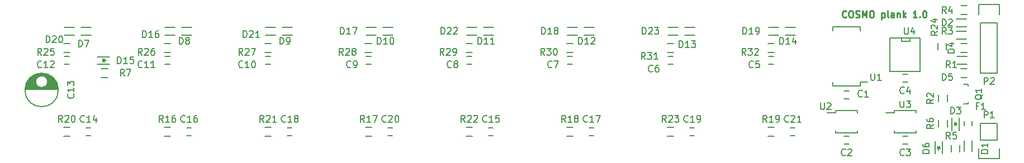
<source format=gto>
G04 #@! TF.FileFunction,Legend,Top*
%FSLAX46Y46*%
G04 Gerber Fmt 4.6, Leading zero omitted, Abs format (unit mm)*
G04 Created by KiCad (PCBNEW 4.0.4-1.fc25-product) date Sun Oct 23 22:01:47 2016*
%MOMM*%
%LPD*%
G01*
G04 APERTURE LIST*
%ADD10C,0.100000*%
%ADD11C,0.250000*%
%ADD12C,0.150000*%
G04 APERTURE END LIST*
D10*
D11*
X143463095Y-66397143D02*
X143415476Y-66444762D01*
X143272619Y-66492381D01*
X143177381Y-66492381D01*
X143034523Y-66444762D01*
X142939285Y-66349524D01*
X142891666Y-66254286D01*
X142844047Y-66063810D01*
X142844047Y-65920952D01*
X142891666Y-65730476D01*
X142939285Y-65635238D01*
X143034523Y-65540000D01*
X143177381Y-65492381D01*
X143272619Y-65492381D01*
X143415476Y-65540000D01*
X143463095Y-65587619D01*
X144082142Y-65492381D02*
X144272619Y-65492381D01*
X144367857Y-65540000D01*
X144463095Y-65635238D01*
X144510714Y-65825714D01*
X144510714Y-66159048D01*
X144463095Y-66349524D01*
X144367857Y-66444762D01*
X144272619Y-66492381D01*
X144082142Y-66492381D01*
X143986904Y-66444762D01*
X143891666Y-66349524D01*
X143844047Y-66159048D01*
X143844047Y-65825714D01*
X143891666Y-65635238D01*
X143986904Y-65540000D01*
X144082142Y-65492381D01*
X144891666Y-66444762D02*
X145034523Y-66492381D01*
X145272619Y-66492381D01*
X145367857Y-66444762D01*
X145415476Y-66397143D01*
X145463095Y-66301905D01*
X145463095Y-66206667D01*
X145415476Y-66111429D01*
X145367857Y-66063810D01*
X145272619Y-66016190D01*
X145082142Y-65968571D01*
X144986904Y-65920952D01*
X144939285Y-65873333D01*
X144891666Y-65778095D01*
X144891666Y-65682857D01*
X144939285Y-65587619D01*
X144986904Y-65540000D01*
X145082142Y-65492381D01*
X145320238Y-65492381D01*
X145463095Y-65540000D01*
X145891666Y-66492381D02*
X145891666Y-65492381D01*
X146225000Y-66206667D01*
X146558333Y-65492381D01*
X146558333Y-66492381D01*
X147224999Y-65492381D02*
X147415476Y-65492381D01*
X147510714Y-65540000D01*
X147605952Y-65635238D01*
X147653571Y-65825714D01*
X147653571Y-66159048D01*
X147605952Y-66349524D01*
X147510714Y-66444762D01*
X147415476Y-66492381D01*
X147224999Y-66492381D01*
X147129761Y-66444762D01*
X147034523Y-66349524D01*
X146986904Y-66159048D01*
X146986904Y-65825714D01*
X147034523Y-65635238D01*
X147129761Y-65540000D01*
X147224999Y-65492381D01*
X148844047Y-65825714D02*
X148844047Y-66825714D01*
X148844047Y-65873333D02*
X148939285Y-65825714D01*
X149129762Y-65825714D01*
X149225000Y-65873333D01*
X149272619Y-65920952D01*
X149320238Y-66016190D01*
X149320238Y-66301905D01*
X149272619Y-66397143D01*
X149225000Y-66444762D01*
X149129762Y-66492381D01*
X148939285Y-66492381D01*
X148844047Y-66444762D01*
X149891666Y-66492381D02*
X149796428Y-66444762D01*
X149748809Y-66349524D01*
X149748809Y-65492381D01*
X150701191Y-66492381D02*
X150701191Y-65968571D01*
X150653572Y-65873333D01*
X150558334Y-65825714D01*
X150367857Y-65825714D01*
X150272619Y-65873333D01*
X150701191Y-66444762D02*
X150605953Y-66492381D01*
X150367857Y-66492381D01*
X150272619Y-66444762D01*
X150225000Y-66349524D01*
X150225000Y-66254286D01*
X150272619Y-66159048D01*
X150367857Y-66111429D01*
X150605953Y-66111429D01*
X150701191Y-66063810D01*
X151177381Y-65825714D02*
X151177381Y-66492381D01*
X151177381Y-65920952D02*
X151225000Y-65873333D01*
X151320238Y-65825714D01*
X151463096Y-65825714D01*
X151558334Y-65873333D01*
X151605953Y-65968571D01*
X151605953Y-66492381D01*
X152082143Y-66492381D02*
X152082143Y-65492381D01*
X152177381Y-66111429D02*
X152463096Y-66492381D01*
X152463096Y-65825714D02*
X152082143Y-66206667D01*
X154177382Y-66492381D02*
X153605953Y-66492381D01*
X153891667Y-66492381D02*
X153891667Y-65492381D01*
X153796429Y-65635238D01*
X153701191Y-65730476D01*
X153605953Y-65778095D01*
X154605953Y-66397143D02*
X154653572Y-66444762D01*
X154605953Y-66492381D01*
X154558334Y-66444762D01*
X154605953Y-66397143D01*
X154605953Y-66492381D01*
X155272619Y-65492381D02*
X155367858Y-65492381D01*
X155463096Y-65540000D01*
X155510715Y-65587619D01*
X155558334Y-65682857D01*
X155605953Y-65873333D01*
X155605953Y-66111429D01*
X155558334Y-66301905D01*
X155510715Y-66397143D01*
X155463096Y-66444762D01*
X155367858Y-66492381D01*
X155272619Y-66492381D01*
X155177381Y-66444762D01*
X155129762Y-66397143D01*
X155082143Y-66301905D01*
X155034524Y-66111429D01*
X155034524Y-65873333D01*
X155082143Y-65682857D01*
X155129762Y-65587619D01*
X155177381Y-65540000D01*
X155272619Y-65492381D01*
D12*
X116340000Y-70445000D02*
X117340000Y-70445000D01*
X117340000Y-71795000D02*
X116340000Y-71795000D01*
X89300000Y-83220000D02*
X90000000Y-83220000D01*
X90000000Y-84420000D02*
X89300000Y-84420000D01*
X85860000Y-83145000D02*
X86860000Y-83145000D01*
X86860000Y-84495000D02*
X85860000Y-84495000D01*
X104540000Y-83220000D02*
X105240000Y-83220000D01*
X105240000Y-84420000D02*
X104540000Y-84420000D01*
X101100000Y-83145000D02*
X102100000Y-83145000D01*
X102100000Y-84495000D02*
X101100000Y-84495000D01*
X143160000Y-77632000D02*
X143860000Y-77632000D01*
X143860000Y-78832000D02*
X143160000Y-78832000D01*
X143860000Y-85690000D02*
X143160000Y-85690000D01*
X143160000Y-84490000D02*
X143860000Y-84490000D01*
X152750000Y-85690000D02*
X152050000Y-85690000D01*
X152050000Y-84490000D02*
X152750000Y-84490000D01*
X152750000Y-76292000D02*
X152050000Y-76292000D01*
X152050000Y-75092000D02*
X152750000Y-75092000D01*
X131730000Y-72425000D02*
X132430000Y-72425000D01*
X132430000Y-73625000D02*
X131730000Y-73625000D01*
X116490000Y-72425000D02*
X117190000Y-72425000D01*
X117190000Y-73625000D02*
X116490000Y-73625000D01*
X101250000Y-72425000D02*
X101950000Y-72425000D01*
X101950000Y-73625000D02*
X101250000Y-73625000D01*
X86010000Y-72425000D02*
X86710000Y-72425000D01*
X86710000Y-73625000D02*
X86010000Y-73625000D01*
X70770000Y-72425000D02*
X71470000Y-72425000D01*
X71470000Y-73625000D02*
X70770000Y-73625000D01*
X55530000Y-72425000D02*
X56230000Y-72425000D01*
X56230000Y-73625000D02*
X55530000Y-73625000D01*
X40290000Y-72425000D02*
X40990000Y-72425000D01*
X40990000Y-73625000D02*
X40290000Y-73625000D01*
X25050000Y-72425000D02*
X25750000Y-72425000D01*
X25750000Y-73625000D02*
X25050000Y-73625000D01*
X19091000Y-77415000D02*
X24089000Y-77415000D01*
X19099000Y-77275000D02*
X24081000Y-77275000D01*
X19115000Y-77135000D02*
X21495000Y-77135000D01*
X21685000Y-77135000D02*
X24065000Y-77135000D01*
X19139000Y-76995000D02*
X21100000Y-76995000D01*
X22080000Y-76995000D02*
X24041000Y-76995000D01*
X19172000Y-76855000D02*
X20933000Y-76855000D01*
X22247000Y-76855000D02*
X24008000Y-76855000D01*
X19213000Y-76715000D02*
X20826000Y-76715000D01*
X22354000Y-76715000D02*
X23967000Y-76715000D01*
X19263000Y-76575000D02*
X20755000Y-76575000D01*
X22425000Y-76575000D02*
X23917000Y-76575000D01*
X19324000Y-76435000D02*
X20711000Y-76435000D01*
X22469000Y-76435000D02*
X23856000Y-76435000D01*
X19394000Y-76295000D02*
X20692000Y-76295000D01*
X22488000Y-76295000D02*
X23786000Y-76295000D01*
X19476000Y-76155000D02*
X20694000Y-76155000D01*
X22486000Y-76155000D02*
X23704000Y-76155000D01*
X19571000Y-76015000D02*
X20719000Y-76015000D01*
X22461000Y-76015000D02*
X23609000Y-76015000D01*
X19682000Y-75875000D02*
X20767000Y-75875000D01*
X22413000Y-75875000D02*
X23498000Y-75875000D01*
X19810000Y-75735000D02*
X20845000Y-75735000D01*
X22335000Y-75735000D02*
X23370000Y-75735000D01*
X19959000Y-75595000D02*
X20962000Y-75595000D01*
X22218000Y-75595000D02*
X23221000Y-75595000D01*
X20138000Y-75455000D02*
X21150000Y-75455000D01*
X22030000Y-75455000D02*
X23042000Y-75455000D01*
X20357000Y-75315000D02*
X22823000Y-75315000D01*
X20646000Y-75175000D02*
X22534000Y-75175000D01*
X21118000Y-75035000D02*
X22062000Y-75035000D01*
X22490000Y-76240000D02*
G75*
G03X22490000Y-76240000I-900000J0D01*
G01*
X24127500Y-77490000D02*
G75*
G03X24127500Y-77490000I-2537500J0D01*
G01*
X28340000Y-83220000D02*
X29040000Y-83220000D01*
X29040000Y-84420000D02*
X28340000Y-84420000D01*
X43580000Y-83220000D02*
X44280000Y-83220000D01*
X44280000Y-84420000D02*
X43580000Y-84420000D01*
X58820000Y-83220000D02*
X59520000Y-83220000D01*
X59520000Y-84420000D02*
X58820000Y-84420000D01*
X119780000Y-83220000D02*
X120480000Y-83220000D01*
X120480000Y-84420000D02*
X119780000Y-84420000D01*
X74060000Y-83220000D02*
X74760000Y-83220000D01*
X74760000Y-84420000D02*
X74060000Y-84420000D01*
X135020000Y-83220000D02*
X135720000Y-83220000D01*
X135720000Y-84420000D02*
X135020000Y-84420000D01*
X162525000Y-86760000D02*
X162525000Y-85210000D01*
X161325000Y-86760000D02*
X161325000Y-85210000D01*
X161690000Y-66710000D02*
X160140000Y-66710000D01*
X161690000Y-67910000D02*
X160140000Y-67910000D01*
X160570000Y-83650000D02*
X160570000Y-81750000D01*
X159470000Y-83650000D02*
X159470000Y-81750000D01*
X160020000Y-82750000D02*
X160020000Y-82300000D01*
X159770000Y-82800000D02*
X160270000Y-82800000D01*
X160020000Y-82800000D02*
X159770000Y-82550000D01*
X159770000Y-82550000D02*
X160270000Y-82550000D01*
X160270000Y-82550000D02*
X160020000Y-82800000D01*
X161690000Y-68615000D02*
X160140000Y-68615000D01*
X161690000Y-69815000D02*
X160140000Y-69815000D01*
X161755000Y-72425000D02*
X160205000Y-72425000D01*
X161755000Y-73625000D02*
X160205000Y-73625000D01*
X156930000Y-85260000D02*
X156930000Y-87160000D01*
X158030000Y-85260000D02*
X158030000Y-87160000D01*
X157480000Y-86160000D02*
X157480000Y-86610000D01*
X157730000Y-86110000D02*
X157230000Y-86110000D01*
X157480000Y-86110000D02*
X157730000Y-86360000D01*
X157730000Y-86360000D02*
X157230000Y-86360000D01*
X157230000Y-86360000D02*
X157480000Y-86110000D01*
X27540000Y-69180000D02*
X29090000Y-69180000D01*
X27540000Y-67980000D02*
X29090000Y-67980000D01*
X42780000Y-69180000D02*
X44330000Y-69180000D01*
X42780000Y-67980000D02*
X44330000Y-67980000D01*
X58020000Y-69180000D02*
X59570000Y-69180000D01*
X58020000Y-67980000D02*
X59570000Y-67980000D01*
X73260000Y-69180000D02*
X74810000Y-69180000D01*
X73260000Y-67980000D02*
X74810000Y-67980000D01*
X88500000Y-69180000D02*
X90050000Y-69180000D01*
X88500000Y-67980000D02*
X90050000Y-67980000D01*
X103740000Y-69180000D02*
X105290000Y-69180000D01*
X103740000Y-67980000D02*
X105290000Y-67980000D01*
X118980000Y-69180000D02*
X120530000Y-69180000D01*
X118980000Y-67980000D02*
X120530000Y-67980000D01*
X134220000Y-69180000D02*
X135770000Y-69180000D01*
X134220000Y-67980000D02*
X135770000Y-67980000D01*
X30015000Y-73575000D02*
X31915000Y-73575000D01*
X30015000Y-72475000D02*
X31915000Y-72475000D01*
X30915000Y-73025000D02*
X31365000Y-73025000D01*
X30865000Y-72775000D02*
X30865000Y-73275000D01*
X30865000Y-73025000D02*
X31115000Y-72775000D01*
X31115000Y-72775000D02*
X31115000Y-73275000D01*
X31115000Y-73275000D02*
X30865000Y-73025000D01*
X40240000Y-69180000D02*
X41790000Y-69180000D01*
X40240000Y-67980000D02*
X41790000Y-67980000D01*
X70720000Y-69180000D02*
X72270000Y-69180000D01*
X70720000Y-67980000D02*
X72270000Y-67980000D01*
X101200000Y-69180000D02*
X102750000Y-69180000D01*
X101200000Y-67980000D02*
X102750000Y-67980000D01*
X131680000Y-69180000D02*
X133230000Y-69180000D01*
X131680000Y-67980000D02*
X133230000Y-67980000D01*
X25000000Y-69180000D02*
X26550000Y-69180000D01*
X25000000Y-67980000D02*
X26550000Y-67980000D01*
X55480000Y-69180000D02*
X57030000Y-69180000D01*
X55480000Y-67980000D02*
X57030000Y-67980000D01*
X85960000Y-69180000D02*
X87510000Y-69180000D01*
X85960000Y-67980000D02*
X87510000Y-67980000D01*
X116440000Y-69180000D02*
X117990000Y-69180000D01*
X116440000Y-67980000D02*
X117990000Y-67980000D01*
X162525000Y-82200000D02*
X162525000Y-82900000D01*
X161325000Y-82900000D02*
X161325000Y-82200000D01*
X163830000Y-85090000D02*
X163830000Y-82550000D01*
X163550000Y-87910000D02*
X163550000Y-86360000D01*
X163830000Y-85090000D02*
X166370000Y-85090000D01*
X166650000Y-86360000D02*
X166650000Y-87910000D01*
X166650000Y-87910000D02*
X163550000Y-87910000D01*
X166370000Y-85090000D02*
X166370000Y-82550000D01*
X166370000Y-82550000D02*
X163830000Y-82550000D01*
X163830000Y-67310000D02*
X163830000Y-74930000D01*
X166370000Y-67310000D02*
X166370000Y-74930000D01*
X166650000Y-64490000D02*
X166650000Y-66040000D01*
X163830000Y-74930000D02*
X166370000Y-74930000D01*
X166370000Y-67310000D02*
X163830000Y-67310000D01*
X163550000Y-66040000D02*
X163550000Y-64490000D01*
X163550000Y-64490000D02*
X166650000Y-64490000D01*
X161940240Y-79404160D02*
X161940240Y-79355900D01*
X161239200Y-76605180D02*
X161940240Y-76605180D01*
X161940240Y-76605180D02*
X161940240Y-76854100D01*
X161940240Y-79404160D02*
X161940240Y-79604820D01*
X161940240Y-79604820D02*
X161239200Y-79604820D01*
X161790000Y-75605000D02*
X160790000Y-75605000D01*
X160790000Y-74255000D02*
X161790000Y-74255000D01*
X158790000Y-78240000D02*
X158790000Y-79240000D01*
X157440000Y-79240000D02*
X157440000Y-78240000D01*
X161790000Y-71795000D02*
X160790000Y-71795000D01*
X160790000Y-70445000D02*
X161790000Y-70445000D01*
X161790000Y-66080000D02*
X160790000Y-66080000D01*
X160790000Y-64730000D02*
X161790000Y-64730000D01*
X160695000Y-85860000D02*
X160695000Y-86860000D01*
X159345000Y-86860000D02*
X159345000Y-85860000D01*
X157440000Y-83050000D02*
X157440000Y-82050000D01*
X158790000Y-82050000D02*
X158790000Y-83050000D01*
X31615000Y-75605000D02*
X30615000Y-75605000D01*
X30615000Y-74255000D02*
X31615000Y-74255000D01*
X40140000Y-83145000D02*
X41140000Y-83145000D01*
X41140000Y-84495000D02*
X40140000Y-84495000D01*
X70620000Y-83145000D02*
X71620000Y-83145000D01*
X71620000Y-84495000D02*
X70620000Y-84495000D01*
X131580000Y-83145000D02*
X132580000Y-83145000D01*
X132580000Y-84495000D02*
X131580000Y-84495000D01*
X24900000Y-83145000D02*
X25900000Y-83145000D01*
X25900000Y-84495000D02*
X24900000Y-84495000D01*
X55380000Y-83145000D02*
X56380000Y-83145000D01*
X56380000Y-84495000D02*
X55380000Y-84495000D01*
X116340000Y-83145000D02*
X117340000Y-83145000D01*
X117340000Y-84495000D02*
X116340000Y-84495000D01*
X158663000Y-70366000D02*
X158663000Y-71366000D01*
X157313000Y-71366000D02*
X157313000Y-70366000D01*
X145585000Y-76865000D02*
X145585000Y-76307500D01*
X141435000Y-76865000D02*
X141435000Y-76307500D01*
X141435000Y-67915000D02*
X141435000Y-68472500D01*
X145585000Y-67915000D02*
X145585000Y-68472500D01*
X145585000Y-76865000D02*
X141435000Y-76865000D01*
X145585000Y-67915000D02*
X141435000Y-67915000D01*
X145585000Y-76307500D02*
X146710000Y-76307500D01*
X141835000Y-80621000D02*
X141835000Y-80921000D01*
X145185000Y-80621000D02*
X145185000Y-80921000D01*
X145185000Y-83971000D02*
X145185000Y-83671000D01*
X141835000Y-83971000D02*
X141835000Y-83671000D01*
X141835000Y-80621000D02*
X145185000Y-80621000D01*
X141835000Y-83971000D02*
X145185000Y-83971000D01*
X141835000Y-80921000D02*
X140610000Y-80921000D01*
X150725000Y-80621000D02*
X150725000Y-80921000D01*
X154075000Y-80621000D02*
X154075000Y-80921000D01*
X154075000Y-83971000D02*
X154075000Y-83671000D01*
X150725000Y-83971000D02*
X150725000Y-83671000D01*
X150725000Y-80621000D02*
X154075000Y-80621000D01*
X150725000Y-83971000D02*
X154075000Y-83971000D01*
X150725000Y-80921000D02*
X149500000Y-80921000D01*
X154686000Y-69596000D02*
X154686000Y-74676000D01*
X154686000Y-74676000D02*
X150114000Y-74676000D01*
X150114000Y-74676000D02*
X150114000Y-69596000D01*
X150114000Y-69596000D02*
X154686000Y-69596000D01*
X153162000Y-69596000D02*
X153162000Y-70104000D01*
X153162000Y-70104000D02*
X151892000Y-70104000D01*
X151892000Y-70104000D02*
X151892000Y-69596000D01*
X24900000Y-70445000D02*
X25900000Y-70445000D01*
X25900000Y-71795000D02*
X24900000Y-71795000D01*
X40140000Y-70445000D02*
X41140000Y-70445000D01*
X41140000Y-71795000D02*
X40140000Y-71795000D01*
X55380000Y-70445000D02*
X56380000Y-70445000D01*
X56380000Y-71795000D02*
X55380000Y-71795000D01*
X70595000Y-70445000D02*
X71595000Y-70445000D01*
X71595000Y-71795000D02*
X70595000Y-71795000D01*
X85860000Y-70445000D02*
X86860000Y-70445000D01*
X86860000Y-71795000D02*
X85860000Y-71795000D01*
X101100000Y-70445000D02*
X102100000Y-70445000D01*
X102100000Y-71795000D02*
X101100000Y-71795000D01*
X131580000Y-70445000D02*
X132580000Y-70445000D01*
X132580000Y-71795000D02*
X131580000Y-71795000D01*
X113022143Y-72842381D02*
X112688809Y-72366190D01*
X112450714Y-72842381D02*
X112450714Y-71842381D01*
X112831667Y-71842381D01*
X112926905Y-71890000D01*
X112974524Y-71937619D01*
X113022143Y-72032857D01*
X113022143Y-72175714D01*
X112974524Y-72270952D01*
X112926905Y-72318571D01*
X112831667Y-72366190D01*
X112450714Y-72366190D01*
X113355476Y-71842381D02*
X113974524Y-71842381D01*
X113641190Y-72223333D01*
X113784048Y-72223333D01*
X113879286Y-72270952D01*
X113926905Y-72318571D01*
X113974524Y-72413810D01*
X113974524Y-72651905D01*
X113926905Y-72747143D01*
X113879286Y-72794762D01*
X113784048Y-72842381D01*
X113498333Y-72842381D01*
X113403095Y-72794762D01*
X113355476Y-72747143D01*
X114926905Y-72842381D02*
X114355476Y-72842381D01*
X114641190Y-72842381D02*
X114641190Y-71842381D01*
X114545952Y-71985238D01*
X114450714Y-72080476D01*
X114355476Y-72128095D01*
X89007143Y-82277143D02*
X88959524Y-82324762D01*
X88816667Y-82372381D01*
X88721429Y-82372381D01*
X88578571Y-82324762D01*
X88483333Y-82229524D01*
X88435714Y-82134286D01*
X88388095Y-81943810D01*
X88388095Y-81800952D01*
X88435714Y-81610476D01*
X88483333Y-81515238D01*
X88578571Y-81420000D01*
X88721429Y-81372381D01*
X88816667Y-81372381D01*
X88959524Y-81420000D01*
X89007143Y-81467619D01*
X89959524Y-82372381D02*
X89388095Y-82372381D01*
X89673809Y-82372381D02*
X89673809Y-81372381D01*
X89578571Y-81515238D01*
X89483333Y-81610476D01*
X89388095Y-81658095D01*
X90864286Y-81372381D02*
X90388095Y-81372381D01*
X90340476Y-81848571D01*
X90388095Y-81800952D01*
X90483333Y-81753333D01*
X90721429Y-81753333D01*
X90816667Y-81800952D01*
X90864286Y-81848571D01*
X90911905Y-81943810D01*
X90911905Y-82181905D01*
X90864286Y-82277143D01*
X90816667Y-82324762D01*
X90721429Y-82372381D01*
X90483333Y-82372381D01*
X90388095Y-82324762D01*
X90340476Y-82277143D01*
X85717143Y-82367381D02*
X85383809Y-81891190D01*
X85145714Y-82367381D02*
X85145714Y-81367381D01*
X85526667Y-81367381D01*
X85621905Y-81415000D01*
X85669524Y-81462619D01*
X85717143Y-81557857D01*
X85717143Y-81700714D01*
X85669524Y-81795952D01*
X85621905Y-81843571D01*
X85526667Y-81891190D01*
X85145714Y-81891190D01*
X86098095Y-81462619D02*
X86145714Y-81415000D01*
X86240952Y-81367381D01*
X86479048Y-81367381D01*
X86574286Y-81415000D01*
X86621905Y-81462619D01*
X86669524Y-81557857D01*
X86669524Y-81653095D01*
X86621905Y-81795952D01*
X86050476Y-82367381D01*
X86669524Y-82367381D01*
X87050476Y-81462619D02*
X87098095Y-81415000D01*
X87193333Y-81367381D01*
X87431429Y-81367381D01*
X87526667Y-81415000D01*
X87574286Y-81462619D01*
X87621905Y-81557857D01*
X87621905Y-81653095D01*
X87574286Y-81795952D01*
X87002857Y-82367381D01*
X87621905Y-82367381D01*
X104247143Y-82277143D02*
X104199524Y-82324762D01*
X104056667Y-82372381D01*
X103961429Y-82372381D01*
X103818571Y-82324762D01*
X103723333Y-82229524D01*
X103675714Y-82134286D01*
X103628095Y-81943810D01*
X103628095Y-81800952D01*
X103675714Y-81610476D01*
X103723333Y-81515238D01*
X103818571Y-81420000D01*
X103961429Y-81372381D01*
X104056667Y-81372381D01*
X104199524Y-81420000D01*
X104247143Y-81467619D01*
X105199524Y-82372381D02*
X104628095Y-82372381D01*
X104913809Y-82372381D02*
X104913809Y-81372381D01*
X104818571Y-81515238D01*
X104723333Y-81610476D01*
X104628095Y-81658095D01*
X105532857Y-81372381D02*
X106199524Y-81372381D01*
X105770952Y-82372381D01*
X100957143Y-82367381D02*
X100623809Y-81891190D01*
X100385714Y-82367381D02*
X100385714Y-81367381D01*
X100766667Y-81367381D01*
X100861905Y-81415000D01*
X100909524Y-81462619D01*
X100957143Y-81557857D01*
X100957143Y-81700714D01*
X100909524Y-81795952D01*
X100861905Y-81843571D01*
X100766667Y-81891190D01*
X100385714Y-81891190D01*
X101909524Y-82367381D02*
X101338095Y-82367381D01*
X101623809Y-82367381D02*
X101623809Y-81367381D01*
X101528571Y-81510238D01*
X101433333Y-81605476D01*
X101338095Y-81653095D01*
X102480952Y-81795952D02*
X102385714Y-81748333D01*
X102338095Y-81700714D01*
X102290476Y-81605476D01*
X102290476Y-81557857D01*
X102338095Y-81462619D01*
X102385714Y-81415000D01*
X102480952Y-81367381D01*
X102671429Y-81367381D01*
X102766667Y-81415000D01*
X102814286Y-81462619D01*
X102861905Y-81557857D01*
X102861905Y-81605476D01*
X102814286Y-81700714D01*
X102766667Y-81748333D01*
X102671429Y-81795952D01*
X102480952Y-81795952D01*
X102385714Y-81843571D01*
X102338095Y-81891190D01*
X102290476Y-81986429D01*
X102290476Y-82176905D01*
X102338095Y-82272143D01*
X102385714Y-82319762D01*
X102480952Y-82367381D01*
X102671429Y-82367381D01*
X102766667Y-82319762D01*
X102814286Y-82272143D01*
X102861905Y-82176905D01*
X102861905Y-81986429D01*
X102814286Y-81891190D01*
X102766667Y-81843571D01*
X102671429Y-81795952D01*
X145883334Y-78462143D02*
X145835715Y-78509762D01*
X145692858Y-78557381D01*
X145597620Y-78557381D01*
X145454762Y-78509762D01*
X145359524Y-78414524D01*
X145311905Y-78319286D01*
X145264286Y-78128810D01*
X145264286Y-77985952D01*
X145311905Y-77795476D01*
X145359524Y-77700238D01*
X145454762Y-77605000D01*
X145597620Y-77557381D01*
X145692858Y-77557381D01*
X145835715Y-77605000D01*
X145883334Y-77652619D01*
X146835715Y-78557381D02*
X146264286Y-78557381D01*
X146550000Y-78557381D02*
X146550000Y-77557381D01*
X146454762Y-77700238D01*
X146359524Y-77795476D01*
X146264286Y-77843095D01*
X143343334Y-87347143D02*
X143295715Y-87394762D01*
X143152858Y-87442381D01*
X143057620Y-87442381D01*
X142914762Y-87394762D01*
X142819524Y-87299524D01*
X142771905Y-87204286D01*
X142724286Y-87013810D01*
X142724286Y-86870952D01*
X142771905Y-86680476D01*
X142819524Y-86585238D01*
X142914762Y-86490000D01*
X143057620Y-86442381D01*
X143152858Y-86442381D01*
X143295715Y-86490000D01*
X143343334Y-86537619D01*
X143724286Y-86537619D02*
X143771905Y-86490000D01*
X143867143Y-86442381D01*
X144105239Y-86442381D01*
X144200477Y-86490000D01*
X144248096Y-86537619D01*
X144295715Y-86632857D01*
X144295715Y-86728095D01*
X144248096Y-86870952D01*
X143676667Y-87442381D01*
X144295715Y-87442381D01*
X152233334Y-87347143D02*
X152185715Y-87394762D01*
X152042858Y-87442381D01*
X151947620Y-87442381D01*
X151804762Y-87394762D01*
X151709524Y-87299524D01*
X151661905Y-87204286D01*
X151614286Y-87013810D01*
X151614286Y-86870952D01*
X151661905Y-86680476D01*
X151709524Y-86585238D01*
X151804762Y-86490000D01*
X151947620Y-86442381D01*
X152042858Y-86442381D01*
X152185715Y-86490000D01*
X152233334Y-86537619D01*
X152566667Y-86442381D02*
X153185715Y-86442381D01*
X152852381Y-86823333D01*
X152995239Y-86823333D01*
X153090477Y-86870952D01*
X153138096Y-86918571D01*
X153185715Y-87013810D01*
X153185715Y-87251905D01*
X153138096Y-87347143D01*
X153090477Y-87394762D01*
X152995239Y-87442381D01*
X152709524Y-87442381D01*
X152614286Y-87394762D01*
X152566667Y-87347143D01*
X152233334Y-77949143D02*
X152185715Y-77996762D01*
X152042858Y-78044381D01*
X151947620Y-78044381D01*
X151804762Y-77996762D01*
X151709524Y-77901524D01*
X151661905Y-77806286D01*
X151614286Y-77615810D01*
X151614286Y-77472952D01*
X151661905Y-77282476D01*
X151709524Y-77187238D01*
X151804762Y-77092000D01*
X151947620Y-77044381D01*
X152042858Y-77044381D01*
X152185715Y-77092000D01*
X152233334Y-77139619D01*
X153090477Y-77377714D02*
X153090477Y-78044381D01*
X152852381Y-76996762D02*
X152614286Y-77711048D01*
X153233334Y-77711048D01*
X129373334Y-74017143D02*
X129325715Y-74064762D01*
X129182858Y-74112381D01*
X129087620Y-74112381D01*
X128944762Y-74064762D01*
X128849524Y-73969524D01*
X128801905Y-73874286D01*
X128754286Y-73683810D01*
X128754286Y-73540952D01*
X128801905Y-73350476D01*
X128849524Y-73255238D01*
X128944762Y-73160000D01*
X129087620Y-73112381D01*
X129182858Y-73112381D01*
X129325715Y-73160000D01*
X129373334Y-73207619D01*
X130278096Y-73112381D02*
X129801905Y-73112381D01*
X129754286Y-73588571D01*
X129801905Y-73540952D01*
X129897143Y-73493333D01*
X130135239Y-73493333D01*
X130230477Y-73540952D01*
X130278096Y-73588571D01*
X130325715Y-73683810D01*
X130325715Y-73921905D01*
X130278096Y-74017143D01*
X130230477Y-74064762D01*
X130135239Y-74112381D01*
X129897143Y-74112381D01*
X129801905Y-74064762D01*
X129754286Y-74017143D01*
X114133334Y-74652143D02*
X114085715Y-74699762D01*
X113942858Y-74747381D01*
X113847620Y-74747381D01*
X113704762Y-74699762D01*
X113609524Y-74604524D01*
X113561905Y-74509286D01*
X113514286Y-74318810D01*
X113514286Y-74175952D01*
X113561905Y-73985476D01*
X113609524Y-73890238D01*
X113704762Y-73795000D01*
X113847620Y-73747381D01*
X113942858Y-73747381D01*
X114085715Y-73795000D01*
X114133334Y-73842619D01*
X114990477Y-73747381D02*
X114800000Y-73747381D01*
X114704762Y-73795000D01*
X114657143Y-73842619D01*
X114561905Y-73985476D01*
X114514286Y-74175952D01*
X114514286Y-74556905D01*
X114561905Y-74652143D01*
X114609524Y-74699762D01*
X114704762Y-74747381D01*
X114895239Y-74747381D01*
X114990477Y-74699762D01*
X115038096Y-74652143D01*
X115085715Y-74556905D01*
X115085715Y-74318810D01*
X115038096Y-74223571D01*
X114990477Y-74175952D01*
X114895239Y-74128333D01*
X114704762Y-74128333D01*
X114609524Y-74175952D01*
X114561905Y-74223571D01*
X114514286Y-74318810D01*
X98893334Y-74017143D02*
X98845715Y-74064762D01*
X98702858Y-74112381D01*
X98607620Y-74112381D01*
X98464762Y-74064762D01*
X98369524Y-73969524D01*
X98321905Y-73874286D01*
X98274286Y-73683810D01*
X98274286Y-73540952D01*
X98321905Y-73350476D01*
X98369524Y-73255238D01*
X98464762Y-73160000D01*
X98607620Y-73112381D01*
X98702858Y-73112381D01*
X98845715Y-73160000D01*
X98893334Y-73207619D01*
X99226667Y-73112381D02*
X99893334Y-73112381D01*
X99464762Y-74112381D01*
X83653334Y-74017143D02*
X83605715Y-74064762D01*
X83462858Y-74112381D01*
X83367620Y-74112381D01*
X83224762Y-74064762D01*
X83129524Y-73969524D01*
X83081905Y-73874286D01*
X83034286Y-73683810D01*
X83034286Y-73540952D01*
X83081905Y-73350476D01*
X83129524Y-73255238D01*
X83224762Y-73160000D01*
X83367620Y-73112381D01*
X83462858Y-73112381D01*
X83605715Y-73160000D01*
X83653334Y-73207619D01*
X84224762Y-73540952D02*
X84129524Y-73493333D01*
X84081905Y-73445714D01*
X84034286Y-73350476D01*
X84034286Y-73302857D01*
X84081905Y-73207619D01*
X84129524Y-73160000D01*
X84224762Y-73112381D01*
X84415239Y-73112381D01*
X84510477Y-73160000D01*
X84558096Y-73207619D01*
X84605715Y-73302857D01*
X84605715Y-73350476D01*
X84558096Y-73445714D01*
X84510477Y-73493333D01*
X84415239Y-73540952D01*
X84224762Y-73540952D01*
X84129524Y-73588571D01*
X84081905Y-73636190D01*
X84034286Y-73731429D01*
X84034286Y-73921905D01*
X84081905Y-74017143D01*
X84129524Y-74064762D01*
X84224762Y-74112381D01*
X84415239Y-74112381D01*
X84510477Y-74064762D01*
X84558096Y-74017143D01*
X84605715Y-73921905D01*
X84605715Y-73731429D01*
X84558096Y-73636190D01*
X84510477Y-73588571D01*
X84415239Y-73540952D01*
X68413334Y-74017143D02*
X68365715Y-74064762D01*
X68222858Y-74112381D01*
X68127620Y-74112381D01*
X67984762Y-74064762D01*
X67889524Y-73969524D01*
X67841905Y-73874286D01*
X67794286Y-73683810D01*
X67794286Y-73540952D01*
X67841905Y-73350476D01*
X67889524Y-73255238D01*
X67984762Y-73160000D01*
X68127620Y-73112381D01*
X68222858Y-73112381D01*
X68365715Y-73160000D01*
X68413334Y-73207619D01*
X68889524Y-74112381D02*
X69080000Y-74112381D01*
X69175239Y-74064762D01*
X69222858Y-74017143D01*
X69318096Y-73874286D01*
X69365715Y-73683810D01*
X69365715Y-73302857D01*
X69318096Y-73207619D01*
X69270477Y-73160000D01*
X69175239Y-73112381D01*
X68984762Y-73112381D01*
X68889524Y-73160000D01*
X68841905Y-73207619D01*
X68794286Y-73302857D01*
X68794286Y-73540952D01*
X68841905Y-73636190D01*
X68889524Y-73683810D01*
X68984762Y-73731429D01*
X69175239Y-73731429D01*
X69270477Y-73683810D01*
X69318096Y-73636190D01*
X69365715Y-73540952D01*
X52062143Y-74017143D02*
X52014524Y-74064762D01*
X51871667Y-74112381D01*
X51776429Y-74112381D01*
X51633571Y-74064762D01*
X51538333Y-73969524D01*
X51490714Y-73874286D01*
X51443095Y-73683810D01*
X51443095Y-73540952D01*
X51490714Y-73350476D01*
X51538333Y-73255238D01*
X51633571Y-73160000D01*
X51776429Y-73112381D01*
X51871667Y-73112381D01*
X52014524Y-73160000D01*
X52062143Y-73207619D01*
X53014524Y-74112381D02*
X52443095Y-74112381D01*
X52728809Y-74112381D02*
X52728809Y-73112381D01*
X52633571Y-73255238D01*
X52538333Y-73350476D01*
X52443095Y-73398095D01*
X53633571Y-73112381D02*
X53728810Y-73112381D01*
X53824048Y-73160000D01*
X53871667Y-73207619D01*
X53919286Y-73302857D01*
X53966905Y-73493333D01*
X53966905Y-73731429D01*
X53919286Y-73921905D01*
X53871667Y-74017143D01*
X53824048Y-74064762D01*
X53728810Y-74112381D01*
X53633571Y-74112381D01*
X53538333Y-74064762D01*
X53490714Y-74017143D01*
X53443095Y-73921905D01*
X53395476Y-73731429D01*
X53395476Y-73493333D01*
X53443095Y-73302857D01*
X53490714Y-73207619D01*
X53538333Y-73160000D01*
X53633571Y-73112381D01*
X36822143Y-74017143D02*
X36774524Y-74064762D01*
X36631667Y-74112381D01*
X36536429Y-74112381D01*
X36393571Y-74064762D01*
X36298333Y-73969524D01*
X36250714Y-73874286D01*
X36203095Y-73683810D01*
X36203095Y-73540952D01*
X36250714Y-73350476D01*
X36298333Y-73255238D01*
X36393571Y-73160000D01*
X36536429Y-73112381D01*
X36631667Y-73112381D01*
X36774524Y-73160000D01*
X36822143Y-73207619D01*
X37774524Y-74112381D02*
X37203095Y-74112381D01*
X37488809Y-74112381D02*
X37488809Y-73112381D01*
X37393571Y-73255238D01*
X37298333Y-73350476D01*
X37203095Y-73398095D01*
X38726905Y-74112381D02*
X38155476Y-74112381D01*
X38441190Y-74112381D02*
X38441190Y-73112381D01*
X38345952Y-73255238D01*
X38250714Y-73350476D01*
X38155476Y-73398095D01*
X21582143Y-74017143D02*
X21534524Y-74064762D01*
X21391667Y-74112381D01*
X21296429Y-74112381D01*
X21153571Y-74064762D01*
X21058333Y-73969524D01*
X21010714Y-73874286D01*
X20963095Y-73683810D01*
X20963095Y-73540952D01*
X21010714Y-73350476D01*
X21058333Y-73255238D01*
X21153571Y-73160000D01*
X21296429Y-73112381D01*
X21391667Y-73112381D01*
X21534524Y-73160000D01*
X21582143Y-73207619D01*
X22534524Y-74112381D02*
X21963095Y-74112381D01*
X22248809Y-74112381D02*
X22248809Y-73112381D01*
X22153571Y-73255238D01*
X22058333Y-73350476D01*
X21963095Y-73398095D01*
X22915476Y-73207619D02*
X22963095Y-73160000D01*
X23058333Y-73112381D01*
X23296429Y-73112381D01*
X23391667Y-73160000D01*
X23439286Y-73207619D01*
X23486905Y-73302857D01*
X23486905Y-73398095D01*
X23439286Y-73540952D01*
X22867857Y-74112381D01*
X23486905Y-74112381D01*
X26392143Y-78112857D02*
X26439762Y-78160476D01*
X26487381Y-78303333D01*
X26487381Y-78398571D01*
X26439762Y-78541429D01*
X26344524Y-78636667D01*
X26249286Y-78684286D01*
X26058810Y-78731905D01*
X25915952Y-78731905D01*
X25725476Y-78684286D01*
X25630238Y-78636667D01*
X25535000Y-78541429D01*
X25487381Y-78398571D01*
X25487381Y-78303333D01*
X25535000Y-78160476D01*
X25582619Y-78112857D01*
X26487381Y-77160476D02*
X26487381Y-77731905D01*
X26487381Y-77446191D02*
X25487381Y-77446191D01*
X25630238Y-77541429D01*
X25725476Y-77636667D01*
X25773095Y-77731905D01*
X25487381Y-76827143D02*
X25487381Y-76208095D01*
X25868333Y-76541429D01*
X25868333Y-76398571D01*
X25915952Y-76303333D01*
X25963571Y-76255714D01*
X26058810Y-76208095D01*
X26296905Y-76208095D01*
X26392143Y-76255714D01*
X26439762Y-76303333D01*
X26487381Y-76398571D01*
X26487381Y-76684286D01*
X26439762Y-76779524D01*
X26392143Y-76827143D01*
X28047143Y-82277143D02*
X27999524Y-82324762D01*
X27856667Y-82372381D01*
X27761429Y-82372381D01*
X27618571Y-82324762D01*
X27523333Y-82229524D01*
X27475714Y-82134286D01*
X27428095Y-81943810D01*
X27428095Y-81800952D01*
X27475714Y-81610476D01*
X27523333Y-81515238D01*
X27618571Y-81420000D01*
X27761429Y-81372381D01*
X27856667Y-81372381D01*
X27999524Y-81420000D01*
X28047143Y-81467619D01*
X28999524Y-82372381D02*
X28428095Y-82372381D01*
X28713809Y-82372381D02*
X28713809Y-81372381D01*
X28618571Y-81515238D01*
X28523333Y-81610476D01*
X28428095Y-81658095D01*
X29856667Y-81705714D02*
X29856667Y-82372381D01*
X29618571Y-81324762D02*
X29380476Y-82039048D01*
X29999524Y-82039048D01*
X43287143Y-82277143D02*
X43239524Y-82324762D01*
X43096667Y-82372381D01*
X43001429Y-82372381D01*
X42858571Y-82324762D01*
X42763333Y-82229524D01*
X42715714Y-82134286D01*
X42668095Y-81943810D01*
X42668095Y-81800952D01*
X42715714Y-81610476D01*
X42763333Y-81515238D01*
X42858571Y-81420000D01*
X43001429Y-81372381D01*
X43096667Y-81372381D01*
X43239524Y-81420000D01*
X43287143Y-81467619D01*
X44239524Y-82372381D02*
X43668095Y-82372381D01*
X43953809Y-82372381D02*
X43953809Y-81372381D01*
X43858571Y-81515238D01*
X43763333Y-81610476D01*
X43668095Y-81658095D01*
X45096667Y-81372381D02*
X44906190Y-81372381D01*
X44810952Y-81420000D01*
X44763333Y-81467619D01*
X44668095Y-81610476D01*
X44620476Y-81800952D01*
X44620476Y-82181905D01*
X44668095Y-82277143D01*
X44715714Y-82324762D01*
X44810952Y-82372381D01*
X45001429Y-82372381D01*
X45096667Y-82324762D01*
X45144286Y-82277143D01*
X45191905Y-82181905D01*
X45191905Y-81943810D01*
X45144286Y-81848571D01*
X45096667Y-81800952D01*
X45001429Y-81753333D01*
X44810952Y-81753333D01*
X44715714Y-81800952D01*
X44668095Y-81848571D01*
X44620476Y-81943810D01*
X58527143Y-82277143D02*
X58479524Y-82324762D01*
X58336667Y-82372381D01*
X58241429Y-82372381D01*
X58098571Y-82324762D01*
X58003333Y-82229524D01*
X57955714Y-82134286D01*
X57908095Y-81943810D01*
X57908095Y-81800952D01*
X57955714Y-81610476D01*
X58003333Y-81515238D01*
X58098571Y-81420000D01*
X58241429Y-81372381D01*
X58336667Y-81372381D01*
X58479524Y-81420000D01*
X58527143Y-81467619D01*
X59479524Y-82372381D02*
X58908095Y-82372381D01*
X59193809Y-82372381D02*
X59193809Y-81372381D01*
X59098571Y-81515238D01*
X59003333Y-81610476D01*
X58908095Y-81658095D01*
X60050952Y-81800952D02*
X59955714Y-81753333D01*
X59908095Y-81705714D01*
X59860476Y-81610476D01*
X59860476Y-81562857D01*
X59908095Y-81467619D01*
X59955714Y-81420000D01*
X60050952Y-81372381D01*
X60241429Y-81372381D01*
X60336667Y-81420000D01*
X60384286Y-81467619D01*
X60431905Y-81562857D01*
X60431905Y-81610476D01*
X60384286Y-81705714D01*
X60336667Y-81753333D01*
X60241429Y-81800952D01*
X60050952Y-81800952D01*
X59955714Y-81848571D01*
X59908095Y-81896190D01*
X59860476Y-81991429D01*
X59860476Y-82181905D01*
X59908095Y-82277143D01*
X59955714Y-82324762D01*
X60050952Y-82372381D01*
X60241429Y-82372381D01*
X60336667Y-82324762D01*
X60384286Y-82277143D01*
X60431905Y-82181905D01*
X60431905Y-81991429D01*
X60384286Y-81896190D01*
X60336667Y-81848571D01*
X60241429Y-81800952D01*
X119487143Y-82277143D02*
X119439524Y-82324762D01*
X119296667Y-82372381D01*
X119201429Y-82372381D01*
X119058571Y-82324762D01*
X118963333Y-82229524D01*
X118915714Y-82134286D01*
X118868095Y-81943810D01*
X118868095Y-81800952D01*
X118915714Y-81610476D01*
X118963333Y-81515238D01*
X119058571Y-81420000D01*
X119201429Y-81372381D01*
X119296667Y-81372381D01*
X119439524Y-81420000D01*
X119487143Y-81467619D01*
X120439524Y-82372381D02*
X119868095Y-82372381D01*
X120153809Y-82372381D02*
X120153809Y-81372381D01*
X120058571Y-81515238D01*
X119963333Y-81610476D01*
X119868095Y-81658095D01*
X120915714Y-82372381D02*
X121106190Y-82372381D01*
X121201429Y-82324762D01*
X121249048Y-82277143D01*
X121344286Y-82134286D01*
X121391905Y-81943810D01*
X121391905Y-81562857D01*
X121344286Y-81467619D01*
X121296667Y-81420000D01*
X121201429Y-81372381D01*
X121010952Y-81372381D01*
X120915714Y-81420000D01*
X120868095Y-81467619D01*
X120820476Y-81562857D01*
X120820476Y-81800952D01*
X120868095Y-81896190D01*
X120915714Y-81943810D01*
X121010952Y-81991429D01*
X121201429Y-81991429D01*
X121296667Y-81943810D01*
X121344286Y-81896190D01*
X121391905Y-81800952D01*
X73767143Y-82277143D02*
X73719524Y-82324762D01*
X73576667Y-82372381D01*
X73481429Y-82372381D01*
X73338571Y-82324762D01*
X73243333Y-82229524D01*
X73195714Y-82134286D01*
X73148095Y-81943810D01*
X73148095Y-81800952D01*
X73195714Y-81610476D01*
X73243333Y-81515238D01*
X73338571Y-81420000D01*
X73481429Y-81372381D01*
X73576667Y-81372381D01*
X73719524Y-81420000D01*
X73767143Y-81467619D01*
X74148095Y-81467619D02*
X74195714Y-81420000D01*
X74290952Y-81372381D01*
X74529048Y-81372381D01*
X74624286Y-81420000D01*
X74671905Y-81467619D01*
X74719524Y-81562857D01*
X74719524Y-81658095D01*
X74671905Y-81800952D01*
X74100476Y-82372381D01*
X74719524Y-82372381D01*
X75338571Y-81372381D02*
X75433810Y-81372381D01*
X75529048Y-81420000D01*
X75576667Y-81467619D01*
X75624286Y-81562857D01*
X75671905Y-81753333D01*
X75671905Y-81991429D01*
X75624286Y-82181905D01*
X75576667Y-82277143D01*
X75529048Y-82324762D01*
X75433810Y-82372381D01*
X75338571Y-82372381D01*
X75243333Y-82324762D01*
X75195714Y-82277143D01*
X75148095Y-82181905D01*
X75100476Y-81991429D01*
X75100476Y-81753333D01*
X75148095Y-81562857D01*
X75195714Y-81467619D01*
X75243333Y-81420000D01*
X75338571Y-81372381D01*
X134727143Y-82277143D02*
X134679524Y-82324762D01*
X134536667Y-82372381D01*
X134441429Y-82372381D01*
X134298571Y-82324762D01*
X134203333Y-82229524D01*
X134155714Y-82134286D01*
X134108095Y-81943810D01*
X134108095Y-81800952D01*
X134155714Y-81610476D01*
X134203333Y-81515238D01*
X134298571Y-81420000D01*
X134441429Y-81372381D01*
X134536667Y-81372381D01*
X134679524Y-81420000D01*
X134727143Y-81467619D01*
X135108095Y-81467619D02*
X135155714Y-81420000D01*
X135250952Y-81372381D01*
X135489048Y-81372381D01*
X135584286Y-81420000D01*
X135631905Y-81467619D01*
X135679524Y-81562857D01*
X135679524Y-81658095D01*
X135631905Y-81800952D01*
X135060476Y-82372381D01*
X135679524Y-82372381D01*
X136631905Y-82372381D02*
X136060476Y-82372381D01*
X136346190Y-82372381D02*
X136346190Y-81372381D01*
X136250952Y-81515238D01*
X136155714Y-81610476D01*
X136060476Y-81658095D01*
X164917381Y-87098095D02*
X163917381Y-87098095D01*
X163917381Y-86860000D01*
X163965000Y-86717142D01*
X164060238Y-86621904D01*
X164155476Y-86574285D01*
X164345952Y-86526666D01*
X164488810Y-86526666D01*
X164679286Y-86574285D01*
X164774524Y-86621904D01*
X164869762Y-86717142D01*
X164917381Y-86860000D01*
X164917381Y-87098095D01*
X164917381Y-85574285D02*
X164917381Y-86145714D01*
X164917381Y-85860000D02*
X163917381Y-85860000D01*
X164060238Y-85955238D01*
X164155476Y-86050476D01*
X164203095Y-86145714D01*
X158011905Y-67762381D02*
X158011905Y-66762381D01*
X158250000Y-66762381D01*
X158392858Y-66810000D01*
X158488096Y-66905238D01*
X158535715Y-67000476D01*
X158583334Y-67190952D01*
X158583334Y-67333810D01*
X158535715Y-67524286D01*
X158488096Y-67619524D01*
X158392858Y-67714762D01*
X158250000Y-67762381D01*
X158011905Y-67762381D01*
X158964286Y-66857619D02*
X159011905Y-66810000D01*
X159107143Y-66762381D01*
X159345239Y-66762381D01*
X159440477Y-66810000D01*
X159488096Y-66857619D01*
X159535715Y-66952857D01*
X159535715Y-67048095D01*
X159488096Y-67190952D01*
X158916667Y-67762381D01*
X159535715Y-67762381D01*
X159281905Y-81097381D02*
X159281905Y-80097381D01*
X159520000Y-80097381D01*
X159662858Y-80145000D01*
X159758096Y-80240238D01*
X159805715Y-80335476D01*
X159853334Y-80525952D01*
X159853334Y-80668810D01*
X159805715Y-80859286D01*
X159758096Y-80954524D01*
X159662858Y-81049762D01*
X159520000Y-81097381D01*
X159281905Y-81097381D01*
X160186667Y-80097381D02*
X160805715Y-80097381D01*
X160472381Y-80478333D01*
X160615239Y-80478333D01*
X160710477Y-80525952D01*
X160758096Y-80573571D01*
X160805715Y-80668810D01*
X160805715Y-80906905D01*
X160758096Y-81002143D01*
X160710477Y-81049762D01*
X160615239Y-81097381D01*
X160329524Y-81097381D01*
X160234286Y-81049762D01*
X160186667Y-81002143D01*
X159837381Y-71858095D02*
X158837381Y-71858095D01*
X158837381Y-71620000D01*
X158885000Y-71477142D01*
X158980238Y-71381904D01*
X159075476Y-71334285D01*
X159265952Y-71286666D01*
X159408810Y-71286666D01*
X159599286Y-71334285D01*
X159694524Y-71381904D01*
X159789762Y-71477142D01*
X159837381Y-71620000D01*
X159837381Y-71858095D01*
X159170714Y-70429523D02*
X159837381Y-70429523D01*
X158789762Y-70667619D02*
X159504048Y-70905714D01*
X159504048Y-70286666D01*
X158011905Y-76017381D02*
X158011905Y-75017381D01*
X158250000Y-75017381D01*
X158392858Y-75065000D01*
X158488096Y-75160238D01*
X158535715Y-75255476D01*
X158583334Y-75445952D01*
X158583334Y-75588810D01*
X158535715Y-75779286D01*
X158488096Y-75874524D01*
X158392858Y-75969762D01*
X158250000Y-76017381D01*
X158011905Y-76017381D01*
X159488096Y-75017381D02*
X159011905Y-75017381D01*
X158964286Y-75493571D01*
X159011905Y-75445952D01*
X159107143Y-75398333D01*
X159345239Y-75398333D01*
X159440477Y-75445952D01*
X159488096Y-75493571D01*
X159535715Y-75588810D01*
X159535715Y-75826905D01*
X159488096Y-75922143D01*
X159440477Y-75969762D01*
X159345239Y-76017381D01*
X159107143Y-76017381D01*
X159011905Y-75969762D01*
X158964286Y-75922143D01*
X156027381Y-87098095D02*
X155027381Y-87098095D01*
X155027381Y-86860000D01*
X155075000Y-86717142D01*
X155170238Y-86621904D01*
X155265476Y-86574285D01*
X155455952Y-86526666D01*
X155598810Y-86526666D01*
X155789286Y-86574285D01*
X155884524Y-86621904D01*
X155979762Y-86717142D01*
X156027381Y-86860000D01*
X156027381Y-87098095D01*
X155027381Y-85669523D02*
X155027381Y-85860000D01*
X155075000Y-85955238D01*
X155122619Y-86002857D01*
X155265476Y-86098095D01*
X155455952Y-86145714D01*
X155836905Y-86145714D01*
X155932143Y-86098095D01*
X155979762Y-86050476D01*
X156027381Y-85955238D01*
X156027381Y-85764761D01*
X155979762Y-85669523D01*
X155932143Y-85621904D01*
X155836905Y-85574285D01*
X155598810Y-85574285D01*
X155503571Y-85621904D01*
X155455952Y-85669523D01*
X155408333Y-85764761D01*
X155408333Y-85955238D01*
X155455952Y-86050476D01*
X155503571Y-86098095D01*
X155598810Y-86145714D01*
X27201905Y-70937381D02*
X27201905Y-69937381D01*
X27440000Y-69937381D01*
X27582858Y-69985000D01*
X27678096Y-70080238D01*
X27725715Y-70175476D01*
X27773334Y-70365952D01*
X27773334Y-70508810D01*
X27725715Y-70699286D01*
X27678096Y-70794524D01*
X27582858Y-70889762D01*
X27440000Y-70937381D01*
X27201905Y-70937381D01*
X28106667Y-69937381D02*
X28773334Y-69937381D01*
X28344762Y-70937381D01*
X42441905Y-70556381D02*
X42441905Y-69556381D01*
X42680000Y-69556381D01*
X42822858Y-69604000D01*
X42918096Y-69699238D01*
X42965715Y-69794476D01*
X43013334Y-69984952D01*
X43013334Y-70127810D01*
X42965715Y-70318286D01*
X42918096Y-70413524D01*
X42822858Y-70508762D01*
X42680000Y-70556381D01*
X42441905Y-70556381D01*
X43584762Y-69984952D02*
X43489524Y-69937333D01*
X43441905Y-69889714D01*
X43394286Y-69794476D01*
X43394286Y-69746857D01*
X43441905Y-69651619D01*
X43489524Y-69604000D01*
X43584762Y-69556381D01*
X43775239Y-69556381D01*
X43870477Y-69604000D01*
X43918096Y-69651619D01*
X43965715Y-69746857D01*
X43965715Y-69794476D01*
X43918096Y-69889714D01*
X43870477Y-69937333D01*
X43775239Y-69984952D01*
X43584762Y-69984952D01*
X43489524Y-70032571D01*
X43441905Y-70080190D01*
X43394286Y-70175429D01*
X43394286Y-70365905D01*
X43441905Y-70461143D01*
X43489524Y-70508762D01*
X43584762Y-70556381D01*
X43775239Y-70556381D01*
X43870477Y-70508762D01*
X43918096Y-70461143D01*
X43965715Y-70365905D01*
X43965715Y-70175429D01*
X43918096Y-70080190D01*
X43870477Y-70032571D01*
X43775239Y-69984952D01*
X57681905Y-70556381D02*
X57681905Y-69556381D01*
X57920000Y-69556381D01*
X58062858Y-69604000D01*
X58158096Y-69699238D01*
X58205715Y-69794476D01*
X58253334Y-69984952D01*
X58253334Y-70127810D01*
X58205715Y-70318286D01*
X58158096Y-70413524D01*
X58062858Y-70508762D01*
X57920000Y-70556381D01*
X57681905Y-70556381D01*
X58729524Y-70556381D02*
X58920000Y-70556381D01*
X59015239Y-70508762D01*
X59062858Y-70461143D01*
X59158096Y-70318286D01*
X59205715Y-70127810D01*
X59205715Y-69746857D01*
X59158096Y-69651619D01*
X59110477Y-69604000D01*
X59015239Y-69556381D01*
X58824762Y-69556381D01*
X58729524Y-69604000D01*
X58681905Y-69651619D01*
X58634286Y-69746857D01*
X58634286Y-69984952D01*
X58681905Y-70080190D01*
X58729524Y-70127810D01*
X58824762Y-70175429D01*
X59015239Y-70175429D01*
X59110477Y-70127810D01*
X59158096Y-70080190D01*
X59205715Y-69984952D01*
X72445714Y-70556381D02*
X72445714Y-69556381D01*
X72683809Y-69556381D01*
X72826667Y-69604000D01*
X72921905Y-69699238D01*
X72969524Y-69794476D01*
X73017143Y-69984952D01*
X73017143Y-70127810D01*
X72969524Y-70318286D01*
X72921905Y-70413524D01*
X72826667Y-70508762D01*
X72683809Y-70556381D01*
X72445714Y-70556381D01*
X73969524Y-70556381D02*
X73398095Y-70556381D01*
X73683809Y-70556381D02*
X73683809Y-69556381D01*
X73588571Y-69699238D01*
X73493333Y-69794476D01*
X73398095Y-69842095D01*
X74588571Y-69556381D02*
X74683810Y-69556381D01*
X74779048Y-69604000D01*
X74826667Y-69651619D01*
X74874286Y-69746857D01*
X74921905Y-69937333D01*
X74921905Y-70175429D01*
X74874286Y-70365905D01*
X74826667Y-70461143D01*
X74779048Y-70508762D01*
X74683810Y-70556381D01*
X74588571Y-70556381D01*
X74493333Y-70508762D01*
X74445714Y-70461143D01*
X74398095Y-70365905D01*
X74350476Y-70175429D01*
X74350476Y-69937333D01*
X74398095Y-69746857D01*
X74445714Y-69651619D01*
X74493333Y-69604000D01*
X74588571Y-69556381D01*
X87685714Y-70556381D02*
X87685714Y-69556381D01*
X87923809Y-69556381D01*
X88066667Y-69604000D01*
X88161905Y-69699238D01*
X88209524Y-69794476D01*
X88257143Y-69984952D01*
X88257143Y-70127810D01*
X88209524Y-70318286D01*
X88161905Y-70413524D01*
X88066667Y-70508762D01*
X87923809Y-70556381D01*
X87685714Y-70556381D01*
X89209524Y-70556381D02*
X88638095Y-70556381D01*
X88923809Y-70556381D02*
X88923809Y-69556381D01*
X88828571Y-69699238D01*
X88733333Y-69794476D01*
X88638095Y-69842095D01*
X90161905Y-70556381D02*
X89590476Y-70556381D01*
X89876190Y-70556381D02*
X89876190Y-69556381D01*
X89780952Y-69699238D01*
X89685714Y-69794476D01*
X89590476Y-69842095D01*
X102925714Y-70556381D02*
X102925714Y-69556381D01*
X103163809Y-69556381D01*
X103306667Y-69604000D01*
X103401905Y-69699238D01*
X103449524Y-69794476D01*
X103497143Y-69984952D01*
X103497143Y-70127810D01*
X103449524Y-70318286D01*
X103401905Y-70413524D01*
X103306667Y-70508762D01*
X103163809Y-70556381D01*
X102925714Y-70556381D01*
X104449524Y-70556381D02*
X103878095Y-70556381D01*
X104163809Y-70556381D02*
X104163809Y-69556381D01*
X104068571Y-69699238D01*
X103973333Y-69794476D01*
X103878095Y-69842095D01*
X104830476Y-69651619D02*
X104878095Y-69604000D01*
X104973333Y-69556381D01*
X105211429Y-69556381D01*
X105306667Y-69604000D01*
X105354286Y-69651619D01*
X105401905Y-69746857D01*
X105401905Y-69842095D01*
X105354286Y-69984952D01*
X104782857Y-70556381D01*
X105401905Y-70556381D01*
X118165714Y-71064381D02*
X118165714Y-70064381D01*
X118403809Y-70064381D01*
X118546667Y-70112000D01*
X118641905Y-70207238D01*
X118689524Y-70302476D01*
X118737143Y-70492952D01*
X118737143Y-70635810D01*
X118689524Y-70826286D01*
X118641905Y-70921524D01*
X118546667Y-71016762D01*
X118403809Y-71064381D01*
X118165714Y-71064381D01*
X119689524Y-71064381D02*
X119118095Y-71064381D01*
X119403809Y-71064381D02*
X119403809Y-70064381D01*
X119308571Y-70207238D01*
X119213333Y-70302476D01*
X119118095Y-70350095D01*
X120022857Y-70064381D02*
X120641905Y-70064381D01*
X120308571Y-70445333D01*
X120451429Y-70445333D01*
X120546667Y-70492952D01*
X120594286Y-70540571D01*
X120641905Y-70635810D01*
X120641905Y-70873905D01*
X120594286Y-70969143D01*
X120546667Y-71016762D01*
X120451429Y-71064381D01*
X120165714Y-71064381D01*
X120070476Y-71016762D01*
X120022857Y-70969143D01*
X133405714Y-70556381D02*
X133405714Y-69556381D01*
X133643809Y-69556381D01*
X133786667Y-69604000D01*
X133881905Y-69699238D01*
X133929524Y-69794476D01*
X133977143Y-69984952D01*
X133977143Y-70127810D01*
X133929524Y-70318286D01*
X133881905Y-70413524D01*
X133786667Y-70508762D01*
X133643809Y-70556381D01*
X133405714Y-70556381D01*
X134929524Y-70556381D02*
X134358095Y-70556381D01*
X134643809Y-70556381D02*
X134643809Y-69556381D01*
X134548571Y-69699238D01*
X134453333Y-69794476D01*
X134358095Y-69842095D01*
X135786667Y-69889714D02*
X135786667Y-70556381D01*
X135548571Y-69508762D02*
X135310476Y-70223048D01*
X135929524Y-70223048D01*
X33075714Y-73477381D02*
X33075714Y-72477381D01*
X33313809Y-72477381D01*
X33456667Y-72525000D01*
X33551905Y-72620238D01*
X33599524Y-72715476D01*
X33647143Y-72905952D01*
X33647143Y-73048810D01*
X33599524Y-73239286D01*
X33551905Y-73334524D01*
X33456667Y-73429762D01*
X33313809Y-73477381D01*
X33075714Y-73477381D01*
X34599524Y-73477381D02*
X34028095Y-73477381D01*
X34313809Y-73477381D02*
X34313809Y-72477381D01*
X34218571Y-72620238D01*
X34123333Y-72715476D01*
X34028095Y-72763095D01*
X35504286Y-72477381D02*
X35028095Y-72477381D01*
X34980476Y-72953571D01*
X35028095Y-72905952D01*
X35123333Y-72858333D01*
X35361429Y-72858333D01*
X35456667Y-72905952D01*
X35504286Y-72953571D01*
X35551905Y-73048810D01*
X35551905Y-73286905D01*
X35504286Y-73382143D01*
X35456667Y-73429762D01*
X35361429Y-73477381D01*
X35123333Y-73477381D01*
X35028095Y-73429762D01*
X34980476Y-73382143D01*
X36885714Y-69540381D02*
X36885714Y-68540381D01*
X37123809Y-68540381D01*
X37266667Y-68588000D01*
X37361905Y-68683238D01*
X37409524Y-68778476D01*
X37457143Y-68968952D01*
X37457143Y-69111810D01*
X37409524Y-69302286D01*
X37361905Y-69397524D01*
X37266667Y-69492762D01*
X37123809Y-69540381D01*
X36885714Y-69540381D01*
X38409524Y-69540381D02*
X37838095Y-69540381D01*
X38123809Y-69540381D02*
X38123809Y-68540381D01*
X38028571Y-68683238D01*
X37933333Y-68778476D01*
X37838095Y-68826095D01*
X39266667Y-68540381D02*
X39076190Y-68540381D01*
X38980952Y-68588000D01*
X38933333Y-68635619D01*
X38838095Y-68778476D01*
X38790476Y-68968952D01*
X38790476Y-69349905D01*
X38838095Y-69445143D01*
X38885714Y-69492762D01*
X38980952Y-69540381D01*
X39171429Y-69540381D01*
X39266667Y-69492762D01*
X39314286Y-69445143D01*
X39361905Y-69349905D01*
X39361905Y-69111810D01*
X39314286Y-69016571D01*
X39266667Y-68968952D01*
X39171429Y-68921333D01*
X38980952Y-68921333D01*
X38885714Y-68968952D01*
X38838095Y-69016571D01*
X38790476Y-69111810D01*
X66857714Y-69032381D02*
X66857714Y-68032381D01*
X67095809Y-68032381D01*
X67238667Y-68080000D01*
X67333905Y-68175238D01*
X67381524Y-68270476D01*
X67429143Y-68460952D01*
X67429143Y-68603810D01*
X67381524Y-68794286D01*
X67333905Y-68889524D01*
X67238667Y-68984762D01*
X67095809Y-69032381D01*
X66857714Y-69032381D01*
X68381524Y-69032381D02*
X67810095Y-69032381D01*
X68095809Y-69032381D02*
X68095809Y-68032381D01*
X68000571Y-68175238D01*
X67905333Y-68270476D01*
X67810095Y-68318095D01*
X68714857Y-68032381D02*
X69381524Y-68032381D01*
X68952952Y-69032381D01*
X97337714Y-69032381D02*
X97337714Y-68032381D01*
X97575809Y-68032381D01*
X97718667Y-68080000D01*
X97813905Y-68175238D01*
X97861524Y-68270476D01*
X97909143Y-68460952D01*
X97909143Y-68603810D01*
X97861524Y-68794286D01*
X97813905Y-68889524D01*
X97718667Y-68984762D01*
X97575809Y-69032381D01*
X97337714Y-69032381D01*
X98861524Y-69032381D02*
X98290095Y-69032381D01*
X98575809Y-69032381D02*
X98575809Y-68032381D01*
X98480571Y-68175238D01*
X98385333Y-68270476D01*
X98290095Y-68318095D01*
X99432952Y-68460952D02*
X99337714Y-68413333D01*
X99290095Y-68365714D01*
X99242476Y-68270476D01*
X99242476Y-68222857D01*
X99290095Y-68127619D01*
X99337714Y-68080000D01*
X99432952Y-68032381D01*
X99623429Y-68032381D01*
X99718667Y-68080000D01*
X99766286Y-68127619D01*
X99813905Y-68222857D01*
X99813905Y-68270476D01*
X99766286Y-68365714D01*
X99718667Y-68413333D01*
X99623429Y-68460952D01*
X99432952Y-68460952D01*
X99337714Y-68508571D01*
X99290095Y-68556190D01*
X99242476Y-68651429D01*
X99242476Y-68841905D01*
X99290095Y-68937143D01*
X99337714Y-68984762D01*
X99432952Y-69032381D01*
X99623429Y-69032381D01*
X99718667Y-68984762D01*
X99766286Y-68937143D01*
X99813905Y-68841905D01*
X99813905Y-68651429D01*
X99766286Y-68556190D01*
X99718667Y-68508571D01*
X99623429Y-68460952D01*
X127817714Y-69032381D02*
X127817714Y-68032381D01*
X128055809Y-68032381D01*
X128198667Y-68080000D01*
X128293905Y-68175238D01*
X128341524Y-68270476D01*
X128389143Y-68460952D01*
X128389143Y-68603810D01*
X128341524Y-68794286D01*
X128293905Y-68889524D01*
X128198667Y-68984762D01*
X128055809Y-69032381D01*
X127817714Y-69032381D01*
X129341524Y-69032381D02*
X128770095Y-69032381D01*
X129055809Y-69032381D02*
X129055809Y-68032381D01*
X128960571Y-68175238D01*
X128865333Y-68270476D01*
X128770095Y-68318095D01*
X129817714Y-69032381D02*
X130008190Y-69032381D01*
X130103429Y-68984762D01*
X130151048Y-68937143D01*
X130246286Y-68794286D01*
X130293905Y-68603810D01*
X130293905Y-68222857D01*
X130246286Y-68127619D01*
X130198667Y-68080000D01*
X130103429Y-68032381D01*
X129912952Y-68032381D01*
X129817714Y-68080000D01*
X129770095Y-68127619D01*
X129722476Y-68222857D01*
X129722476Y-68460952D01*
X129770095Y-68556190D01*
X129817714Y-68603810D01*
X129912952Y-68651429D01*
X130103429Y-68651429D01*
X130198667Y-68603810D01*
X130246286Y-68556190D01*
X130293905Y-68460952D01*
X22280714Y-70302381D02*
X22280714Y-69302381D01*
X22518809Y-69302381D01*
X22661667Y-69350000D01*
X22756905Y-69445238D01*
X22804524Y-69540476D01*
X22852143Y-69730952D01*
X22852143Y-69873810D01*
X22804524Y-70064286D01*
X22756905Y-70159524D01*
X22661667Y-70254762D01*
X22518809Y-70302381D01*
X22280714Y-70302381D01*
X23233095Y-69397619D02*
X23280714Y-69350000D01*
X23375952Y-69302381D01*
X23614048Y-69302381D01*
X23709286Y-69350000D01*
X23756905Y-69397619D01*
X23804524Y-69492857D01*
X23804524Y-69588095D01*
X23756905Y-69730952D01*
X23185476Y-70302381D01*
X23804524Y-70302381D01*
X24423571Y-69302381D02*
X24518810Y-69302381D01*
X24614048Y-69350000D01*
X24661667Y-69397619D01*
X24709286Y-69492857D01*
X24756905Y-69683333D01*
X24756905Y-69921429D01*
X24709286Y-70111905D01*
X24661667Y-70207143D01*
X24614048Y-70254762D01*
X24518810Y-70302381D01*
X24423571Y-70302381D01*
X24328333Y-70254762D01*
X24280714Y-70207143D01*
X24233095Y-70111905D01*
X24185476Y-69921429D01*
X24185476Y-69683333D01*
X24233095Y-69492857D01*
X24280714Y-69397619D01*
X24328333Y-69350000D01*
X24423571Y-69302381D01*
X52125714Y-69540381D02*
X52125714Y-68540381D01*
X52363809Y-68540381D01*
X52506667Y-68588000D01*
X52601905Y-68683238D01*
X52649524Y-68778476D01*
X52697143Y-68968952D01*
X52697143Y-69111810D01*
X52649524Y-69302286D01*
X52601905Y-69397524D01*
X52506667Y-69492762D01*
X52363809Y-69540381D01*
X52125714Y-69540381D01*
X53078095Y-68635619D02*
X53125714Y-68588000D01*
X53220952Y-68540381D01*
X53459048Y-68540381D01*
X53554286Y-68588000D01*
X53601905Y-68635619D01*
X53649524Y-68730857D01*
X53649524Y-68826095D01*
X53601905Y-68968952D01*
X53030476Y-69540381D01*
X53649524Y-69540381D01*
X54601905Y-69540381D02*
X54030476Y-69540381D01*
X54316190Y-69540381D02*
X54316190Y-68540381D01*
X54220952Y-68683238D01*
X54125714Y-68778476D01*
X54030476Y-68826095D01*
X82097714Y-69032381D02*
X82097714Y-68032381D01*
X82335809Y-68032381D01*
X82478667Y-68080000D01*
X82573905Y-68175238D01*
X82621524Y-68270476D01*
X82669143Y-68460952D01*
X82669143Y-68603810D01*
X82621524Y-68794286D01*
X82573905Y-68889524D01*
X82478667Y-68984762D01*
X82335809Y-69032381D01*
X82097714Y-69032381D01*
X83050095Y-68127619D02*
X83097714Y-68080000D01*
X83192952Y-68032381D01*
X83431048Y-68032381D01*
X83526286Y-68080000D01*
X83573905Y-68127619D01*
X83621524Y-68222857D01*
X83621524Y-68318095D01*
X83573905Y-68460952D01*
X83002476Y-69032381D01*
X83621524Y-69032381D01*
X84002476Y-68127619D02*
X84050095Y-68080000D01*
X84145333Y-68032381D01*
X84383429Y-68032381D01*
X84478667Y-68080000D01*
X84526286Y-68127619D01*
X84573905Y-68222857D01*
X84573905Y-68318095D01*
X84526286Y-68460952D01*
X83954857Y-69032381D01*
X84573905Y-69032381D01*
X112577714Y-69032381D02*
X112577714Y-68032381D01*
X112815809Y-68032381D01*
X112958667Y-68080000D01*
X113053905Y-68175238D01*
X113101524Y-68270476D01*
X113149143Y-68460952D01*
X113149143Y-68603810D01*
X113101524Y-68794286D01*
X113053905Y-68889524D01*
X112958667Y-68984762D01*
X112815809Y-69032381D01*
X112577714Y-69032381D01*
X113530095Y-68127619D02*
X113577714Y-68080000D01*
X113672952Y-68032381D01*
X113911048Y-68032381D01*
X114006286Y-68080000D01*
X114053905Y-68127619D01*
X114101524Y-68222857D01*
X114101524Y-68318095D01*
X114053905Y-68460952D01*
X113482476Y-69032381D01*
X114101524Y-69032381D01*
X114434857Y-68032381D02*
X115053905Y-68032381D01*
X114720571Y-68413333D01*
X114863429Y-68413333D01*
X114958667Y-68460952D01*
X115006286Y-68508571D01*
X115053905Y-68603810D01*
X115053905Y-68841905D01*
X115006286Y-68937143D01*
X114958667Y-68984762D01*
X114863429Y-69032381D01*
X114577714Y-69032381D01*
X114482476Y-68984762D01*
X114434857Y-68937143D01*
X163491667Y-79938571D02*
X163158333Y-79938571D01*
X163158333Y-80462381D02*
X163158333Y-79462381D01*
X163634524Y-79462381D01*
X164539286Y-80462381D02*
X163967857Y-80462381D01*
X164253571Y-80462381D02*
X164253571Y-79462381D01*
X164158333Y-79605238D01*
X164063095Y-79700476D01*
X163967857Y-79748095D01*
X164361905Y-81732381D02*
X164361905Y-80732381D01*
X164742858Y-80732381D01*
X164838096Y-80780000D01*
X164885715Y-80827619D01*
X164933334Y-80922857D01*
X164933334Y-81065714D01*
X164885715Y-81160952D01*
X164838096Y-81208571D01*
X164742858Y-81256190D01*
X164361905Y-81256190D01*
X165885715Y-81732381D02*
X165314286Y-81732381D01*
X165600000Y-81732381D02*
X165600000Y-80732381D01*
X165504762Y-80875238D01*
X165409524Y-80970476D01*
X165314286Y-81018095D01*
X164361905Y-76652381D02*
X164361905Y-75652381D01*
X164742858Y-75652381D01*
X164838096Y-75700000D01*
X164885715Y-75747619D01*
X164933334Y-75842857D01*
X164933334Y-75985714D01*
X164885715Y-76080952D01*
X164838096Y-76128571D01*
X164742858Y-76176190D01*
X164361905Y-76176190D01*
X165314286Y-75747619D02*
X165361905Y-75700000D01*
X165457143Y-75652381D01*
X165695239Y-75652381D01*
X165790477Y-75700000D01*
X165838096Y-75747619D01*
X165885715Y-75842857D01*
X165885715Y-75938095D01*
X165838096Y-76080952D01*
X165266667Y-76652381D01*
X165885715Y-76652381D01*
X164087619Y-78200238D02*
X164040000Y-78295476D01*
X163944762Y-78390714D01*
X163801905Y-78533571D01*
X163754286Y-78628810D01*
X163754286Y-78724048D01*
X163992381Y-78676429D02*
X163944762Y-78771667D01*
X163849524Y-78866905D01*
X163659048Y-78914524D01*
X163325714Y-78914524D01*
X163135238Y-78866905D01*
X163040000Y-78771667D01*
X162992381Y-78676429D01*
X162992381Y-78485952D01*
X163040000Y-78390714D01*
X163135238Y-78295476D01*
X163325714Y-78247857D01*
X163659048Y-78247857D01*
X163849524Y-78295476D01*
X163944762Y-78390714D01*
X163992381Y-78485952D01*
X163992381Y-78676429D01*
X163992381Y-77295476D02*
X163992381Y-77866905D01*
X163992381Y-77581191D02*
X162992381Y-77581191D01*
X163135238Y-77676429D01*
X163230476Y-77771667D01*
X163278095Y-77866905D01*
X159218334Y-74112381D02*
X158885000Y-73636190D01*
X158646905Y-74112381D02*
X158646905Y-73112381D01*
X159027858Y-73112381D01*
X159123096Y-73160000D01*
X159170715Y-73207619D01*
X159218334Y-73302857D01*
X159218334Y-73445714D01*
X159170715Y-73540952D01*
X159123096Y-73588571D01*
X159027858Y-73636190D01*
X158646905Y-73636190D01*
X160170715Y-74112381D02*
X159599286Y-74112381D01*
X159885000Y-74112381D02*
X159885000Y-73112381D01*
X159789762Y-73255238D01*
X159694524Y-73350476D01*
X159599286Y-73398095D01*
X156667381Y-78906666D02*
X156191190Y-79240000D01*
X156667381Y-79478095D02*
X155667381Y-79478095D01*
X155667381Y-79097142D01*
X155715000Y-79001904D01*
X155762619Y-78954285D01*
X155857857Y-78906666D01*
X156000714Y-78906666D01*
X156095952Y-78954285D01*
X156143571Y-79001904D01*
X156191190Y-79097142D01*
X156191190Y-79478095D01*
X155762619Y-78525714D02*
X155715000Y-78478095D01*
X155667381Y-78382857D01*
X155667381Y-78144761D01*
X155715000Y-78049523D01*
X155762619Y-78001904D01*
X155857857Y-77954285D01*
X155953095Y-77954285D01*
X156095952Y-78001904D01*
X156667381Y-78573333D01*
X156667381Y-77954285D01*
X158583334Y-69032381D02*
X158250000Y-68556190D01*
X158011905Y-69032381D02*
X158011905Y-68032381D01*
X158392858Y-68032381D01*
X158488096Y-68080000D01*
X158535715Y-68127619D01*
X158583334Y-68222857D01*
X158583334Y-68365714D01*
X158535715Y-68460952D01*
X158488096Y-68508571D01*
X158392858Y-68556190D01*
X158011905Y-68556190D01*
X158916667Y-68032381D02*
X159535715Y-68032381D01*
X159202381Y-68413333D01*
X159345239Y-68413333D01*
X159440477Y-68460952D01*
X159488096Y-68508571D01*
X159535715Y-68603810D01*
X159535715Y-68841905D01*
X159488096Y-68937143D01*
X159440477Y-68984762D01*
X159345239Y-69032381D01*
X159059524Y-69032381D01*
X158964286Y-68984762D01*
X158916667Y-68937143D01*
X158583334Y-65857381D02*
X158250000Y-65381190D01*
X158011905Y-65857381D02*
X158011905Y-64857381D01*
X158392858Y-64857381D01*
X158488096Y-64905000D01*
X158535715Y-64952619D01*
X158583334Y-65047857D01*
X158583334Y-65190714D01*
X158535715Y-65285952D01*
X158488096Y-65333571D01*
X158392858Y-65381190D01*
X158011905Y-65381190D01*
X159440477Y-65190714D02*
X159440477Y-65857381D01*
X159202381Y-64809762D02*
X158964286Y-65524048D01*
X159583334Y-65524048D01*
X159218334Y-84907381D02*
X158885000Y-84431190D01*
X158646905Y-84907381D02*
X158646905Y-83907381D01*
X159027858Y-83907381D01*
X159123096Y-83955000D01*
X159170715Y-84002619D01*
X159218334Y-84097857D01*
X159218334Y-84240714D01*
X159170715Y-84335952D01*
X159123096Y-84383571D01*
X159027858Y-84431190D01*
X158646905Y-84431190D01*
X160123096Y-83907381D02*
X159646905Y-83907381D01*
X159599286Y-84383571D01*
X159646905Y-84335952D01*
X159742143Y-84288333D01*
X159980239Y-84288333D01*
X160075477Y-84335952D01*
X160123096Y-84383571D01*
X160170715Y-84478810D01*
X160170715Y-84716905D01*
X160123096Y-84812143D01*
X160075477Y-84859762D01*
X159980239Y-84907381D01*
X159742143Y-84907381D01*
X159646905Y-84859762D01*
X159599286Y-84812143D01*
X156662381Y-82716666D02*
X156186190Y-83050000D01*
X156662381Y-83288095D02*
X155662381Y-83288095D01*
X155662381Y-82907142D01*
X155710000Y-82811904D01*
X155757619Y-82764285D01*
X155852857Y-82716666D01*
X155995714Y-82716666D01*
X156090952Y-82764285D01*
X156138571Y-82811904D01*
X156186190Y-82907142D01*
X156186190Y-83288095D01*
X155662381Y-81859523D02*
X155662381Y-82050000D01*
X155710000Y-82145238D01*
X155757619Y-82192857D01*
X155900476Y-82288095D01*
X156090952Y-82335714D01*
X156471905Y-82335714D01*
X156567143Y-82288095D01*
X156614762Y-82240476D01*
X156662381Y-82145238D01*
X156662381Y-81954761D01*
X156614762Y-81859523D01*
X156567143Y-81811904D01*
X156471905Y-81764285D01*
X156233810Y-81764285D01*
X156138571Y-81811904D01*
X156090952Y-81859523D01*
X156043333Y-81954761D01*
X156043333Y-82145238D01*
X156090952Y-82240476D01*
X156138571Y-82288095D01*
X156233810Y-82335714D01*
X34123334Y-75382381D02*
X33790000Y-74906190D01*
X33551905Y-75382381D02*
X33551905Y-74382381D01*
X33932858Y-74382381D01*
X34028096Y-74430000D01*
X34075715Y-74477619D01*
X34123334Y-74572857D01*
X34123334Y-74715714D01*
X34075715Y-74810952D01*
X34028096Y-74858571D01*
X33932858Y-74906190D01*
X33551905Y-74906190D01*
X34456667Y-74382381D02*
X35123334Y-74382381D01*
X34694762Y-75382381D01*
X39997143Y-82367381D02*
X39663809Y-81891190D01*
X39425714Y-82367381D02*
X39425714Y-81367381D01*
X39806667Y-81367381D01*
X39901905Y-81415000D01*
X39949524Y-81462619D01*
X39997143Y-81557857D01*
X39997143Y-81700714D01*
X39949524Y-81795952D01*
X39901905Y-81843571D01*
X39806667Y-81891190D01*
X39425714Y-81891190D01*
X40949524Y-82367381D02*
X40378095Y-82367381D01*
X40663809Y-82367381D02*
X40663809Y-81367381D01*
X40568571Y-81510238D01*
X40473333Y-81605476D01*
X40378095Y-81653095D01*
X41806667Y-81367381D02*
X41616190Y-81367381D01*
X41520952Y-81415000D01*
X41473333Y-81462619D01*
X41378095Y-81605476D01*
X41330476Y-81795952D01*
X41330476Y-82176905D01*
X41378095Y-82272143D01*
X41425714Y-82319762D01*
X41520952Y-82367381D01*
X41711429Y-82367381D01*
X41806667Y-82319762D01*
X41854286Y-82272143D01*
X41901905Y-82176905D01*
X41901905Y-81938810D01*
X41854286Y-81843571D01*
X41806667Y-81795952D01*
X41711429Y-81748333D01*
X41520952Y-81748333D01*
X41425714Y-81795952D01*
X41378095Y-81843571D01*
X41330476Y-81938810D01*
X70477143Y-82367381D02*
X70143809Y-81891190D01*
X69905714Y-82367381D02*
X69905714Y-81367381D01*
X70286667Y-81367381D01*
X70381905Y-81415000D01*
X70429524Y-81462619D01*
X70477143Y-81557857D01*
X70477143Y-81700714D01*
X70429524Y-81795952D01*
X70381905Y-81843571D01*
X70286667Y-81891190D01*
X69905714Y-81891190D01*
X71429524Y-82367381D02*
X70858095Y-82367381D01*
X71143809Y-82367381D02*
X71143809Y-81367381D01*
X71048571Y-81510238D01*
X70953333Y-81605476D01*
X70858095Y-81653095D01*
X71762857Y-81367381D02*
X72429524Y-81367381D01*
X72000952Y-82367381D01*
X131437143Y-82367381D02*
X131103809Y-81891190D01*
X130865714Y-82367381D02*
X130865714Y-81367381D01*
X131246667Y-81367381D01*
X131341905Y-81415000D01*
X131389524Y-81462619D01*
X131437143Y-81557857D01*
X131437143Y-81700714D01*
X131389524Y-81795952D01*
X131341905Y-81843571D01*
X131246667Y-81891190D01*
X130865714Y-81891190D01*
X132389524Y-82367381D02*
X131818095Y-82367381D01*
X132103809Y-82367381D02*
X132103809Y-81367381D01*
X132008571Y-81510238D01*
X131913333Y-81605476D01*
X131818095Y-81653095D01*
X132865714Y-82367381D02*
X133056190Y-82367381D01*
X133151429Y-82319762D01*
X133199048Y-82272143D01*
X133294286Y-82129286D01*
X133341905Y-81938810D01*
X133341905Y-81557857D01*
X133294286Y-81462619D01*
X133246667Y-81415000D01*
X133151429Y-81367381D01*
X132960952Y-81367381D01*
X132865714Y-81415000D01*
X132818095Y-81462619D01*
X132770476Y-81557857D01*
X132770476Y-81795952D01*
X132818095Y-81891190D01*
X132865714Y-81938810D01*
X132960952Y-81986429D01*
X133151429Y-81986429D01*
X133246667Y-81938810D01*
X133294286Y-81891190D01*
X133341905Y-81795952D01*
X24757143Y-82367381D02*
X24423809Y-81891190D01*
X24185714Y-82367381D02*
X24185714Y-81367381D01*
X24566667Y-81367381D01*
X24661905Y-81415000D01*
X24709524Y-81462619D01*
X24757143Y-81557857D01*
X24757143Y-81700714D01*
X24709524Y-81795952D01*
X24661905Y-81843571D01*
X24566667Y-81891190D01*
X24185714Y-81891190D01*
X25138095Y-81462619D02*
X25185714Y-81415000D01*
X25280952Y-81367381D01*
X25519048Y-81367381D01*
X25614286Y-81415000D01*
X25661905Y-81462619D01*
X25709524Y-81557857D01*
X25709524Y-81653095D01*
X25661905Y-81795952D01*
X25090476Y-82367381D01*
X25709524Y-82367381D01*
X26328571Y-81367381D02*
X26423810Y-81367381D01*
X26519048Y-81415000D01*
X26566667Y-81462619D01*
X26614286Y-81557857D01*
X26661905Y-81748333D01*
X26661905Y-81986429D01*
X26614286Y-82176905D01*
X26566667Y-82272143D01*
X26519048Y-82319762D01*
X26423810Y-82367381D01*
X26328571Y-82367381D01*
X26233333Y-82319762D01*
X26185714Y-82272143D01*
X26138095Y-82176905D01*
X26090476Y-81986429D01*
X26090476Y-81748333D01*
X26138095Y-81557857D01*
X26185714Y-81462619D01*
X26233333Y-81415000D01*
X26328571Y-81367381D01*
X55237143Y-82367381D02*
X54903809Y-81891190D01*
X54665714Y-82367381D02*
X54665714Y-81367381D01*
X55046667Y-81367381D01*
X55141905Y-81415000D01*
X55189524Y-81462619D01*
X55237143Y-81557857D01*
X55237143Y-81700714D01*
X55189524Y-81795952D01*
X55141905Y-81843571D01*
X55046667Y-81891190D01*
X54665714Y-81891190D01*
X55618095Y-81462619D02*
X55665714Y-81415000D01*
X55760952Y-81367381D01*
X55999048Y-81367381D01*
X56094286Y-81415000D01*
X56141905Y-81462619D01*
X56189524Y-81557857D01*
X56189524Y-81653095D01*
X56141905Y-81795952D01*
X55570476Y-82367381D01*
X56189524Y-82367381D01*
X57141905Y-82367381D02*
X56570476Y-82367381D01*
X56856190Y-82367381D02*
X56856190Y-81367381D01*
X56760952Y-81510238D01*
X56665714Y-81605476D01*
X56570476Y-81653095D01*
X116197143Y-82367381D02*
X115863809Y-81891190D01*
X115625714Y-82367381D02*
X115625714Y-81367381D01*
X116006667Y-81367381D01*
X116101905Y-81415000D01*
X116149524Y-81462619D01*
X116197143Y-81557857D01*
X116197143Y-81700714D01*
X116149524Y-81795952D01*
X116101905Y-81843571D01*
X116006667Y-81891190D01*
X115625714Y-81891190D01*
X116578095Y-81462619D02*
X116625714Y-81415000D01*
X116720952Y-81367381D01*
X116959048Y-81367381D01*
X117054286Y-81415000D01*
X117101905Y-81462619D01*
X117149524Y-81557857D01*
X117149524Y-81653095D01*
X117101905Y-81795952D01*
X116530476Y-82367381D01*
X117149524Y-82367381D01*
X117482857Y-81367381D02*
X118101905Y-81367381D01*
X117768571Y-81748333D01*
X117911429Y-81748333D01*
X118006667Y-81795952D01*
X118054286Y-81843571D01*
X118101905Y-81938810D01*
X118101905Y-82176905D01*
X118054286Y-82272143D01*
X118006667Y-82319762D01*
X117911429Y-82367381D01*
X117625714Y-82367381D01*
X117530476Y-82319762D01*
X117482857Y-82272143D01*
X157297381Y-68587857D02*
X156821190Y-68921191D01*
X157297381Y-69159286D02*
X156297381Y-69159286D01*
X156297381Y-68778333D01*
X156345000Y-68683095D01*
X156392619Y-68635476D01*
X156487857Y-68587857D01*
X156630714Y-68587857D01*
X156725952Y-68635476D01*
X156773571Y-68683095D01*
X156821190Y-68778333D01*
X156821190Y-69159286D01*
X156392619Y-68206905D02*
X156345000Y-68159286D01*
X156297381Y-68064048D01*
X156297381Y-67825952D01*
X156345000Y-67730714D01*
X156392619Y-67683095D01*
X156487857Y-67635476D01*
X156583095Y-67635476D01*
X156725952Y-67683095D01*
X157297381Y-68254524D01*
X157297381Y-67635476D01*
X156630714Y-66778333D02*
X157297381Y-66778333D01*
X156249762Y-67016429D02*
X156964048Y-67254524D01*
X156964048Y-66635476D01*
X147193095Y-75017381D02*
X147193095Y-75826905D01*
X147240714Y-75922143D01*
X147288333Y-75969762D01*
X147383571Y-76017381D01*
X147574048Y-76017381D01*
X147669286Y-75969762D01*
X147716905Y-75922143D01*
X147764524Y-75826905D01*
X147764524Y-75017381D01*
X148764524Y-76017381D02*
X148193095Y-76017381D01*
X148478809Y-76017381D02*
X148478809Y-75017381D01*
X148383571Y-75160238D01*
X148288333Y-75255476D01*
X148193095Y-75303095D01*
X139573095Y-79462381D02*
X139573095Y-80271905D01*
X139620714Y-80367143D01*
X139668333Y-80414762D01*
X139763571Y-80462381D01*
X139954048Y-80462381D01*
X140049286Y-80414762D01*
X140096905Y-80367143D01*
X140144524Y-80271905D01*
X140144524Y-79462381D01*
X140573095Y-79557619D02*
X140620714Y-79510000D01*
X140715952Y-79462381D01*
X140954048Y-79462381D01*
X141049286Y-79510000D01*
X141096905Y-79557619D01*
X141144524Y-79652857D01*
X141144524Y-79748095D01*
X141096905Y-79890952D01*
X140525476Y-80462381D01*
X141144524Y-80462381D01*
X151638095Y-79148381D02*
X151638095Y-79957905D01*
X151685714Y-80053143D01*
X151733333Y-80100762D01*
X151828571Y-80148381D01*
X152019048Y-80148381D01*
X152114286Y-80100762D01*
X152161905Y-80053143D01*
X152209524Y-79957905D01*
X152209524Y-79148381D01*
X152590476Y-79148381D02*
X153209524Y-79148381D01*
X152876190Y-79529333D01*
X153019048Y-79529333D01*
X153114286Y-79576952D01*
X153161905Y-79624571D01*
X153209524Y-79719810D01*
X153209524Y-79957905D01*
X153161905Y-80053143D01*
X153114286Y-80100762D01*
X153019048Y-80148381D01*
X152733333Y-80148381D01*
X152638095Y-80100762D01*
X152590476Y-80053143D01*
X152273095Y-68032381D02*
X152273095Y-68841905D01*
X152320714Y-68937143D01*
X152368333Y-68984762D01*
X152463571Y-69032381D01*
X152654048Y-69032381D01*
X152749286Y-68984762D01*
X152796905Y-68937143D01*
X152844524Y-68841905D01*
X152844524Y-68032381D01*
X153749286Y-68365714D02*
X153749286Y-69032381D01*
X153511190Y-67984762D02*
X153273095Y-68699048D01*
X153892143Y-68699048D01*
X21582143Y-72207381D02*
X21248809Y-71731190D01*
X21010714Y-72207381D02*
X21010714Y-71207381D01*
X21391667Y-71207381D01*
X21486905Y-71255000D01*
X21534524Y-71302619D01*
X21582143Y-71397857D01*
X21582143Y-71540714D01*
X21534524Y-71635952D01*
X21486905Y-71683571D01*
X21391667Y-71731190D01*
X21010714Y-71731190D01*
X21963095Y-71302619D02*
X22010714Y-71255000D01*
X22105952Y-71207381D01*
X22344048Y-71207381D01*
X22439286Y-71255000D01*
X22486905Y-71302619D01*
X22534524Y-71397857D01*
X22534524Y-71493095D01*
X22486905Y-71635952D01*
X21915476Y-72207381D01*
X22534524Y-72207381D01*
X23439286Y-71207381D02*
X22963095Y-71207381D01*
X22915476Y-71683571D01*
X22963095Y-71635952D01*
X23058333Y-71588333D01*
X23296429Y-71588333D01*
X23391667Y-71635952D01*
X23439286Y-71683571D01*
X23486905Y-71778810D01*
X23486905Y-72016905D01*
X23439286Y-72112143D01*
X23391667Y-72159762D01*
X23296429Y-72207381D01*
X23058333Y-72207381D01*
X22963095Y-72159762D01*
X22915476Y-72112143D01*
X36822143Y-72207381D02*
X36488809Y-71731190D01*
X36250714Y-72207381D02*
X36250714Y-71207381D01*
X36631667Y-71207381D01*
X36726905Y-71255000D01*
X36774524Y-71302619D01*
X36822143Y-71397857D01*
X36822143Y-71540714D01*
X36774524Y-71635952D01*
X36726905Y-71683571D01*
X36631667Y-71731190D01*
X36250714Y-71731190D01*
X37203095Y-71302619D02*
X37250714Y-71255000D01*
X37345952Y-71207381D01*
X37584048Y-71207381D01*
X37679286Y-71255000D01*
X37726905Y-71302619D01*
X37774524Y-71397857D01*
X37774524Y-71493095D01*
X37726905Y-71635952D01*
X37155476Y-72207381D01*
X37774524Y-72207381D01*
X38631667Y-71207381D02*
X38441190Y-71207381D01*
X38345952Y-71255000D01*
X38298333Y-71302619D01*
X38203095Y-71445476D01*
X38155476Y-71635952D01*
X38155476Y-72016905D01*
X38203095Y-72112143D01*
X38250714Y-72159762D01*
X38345952Y-72207381D01*
X38536429Y-72207381D01*
X38631667Y-72159762D01*
X38679286Y-72112143D01*
X38726905Y-72016905D01*
X38726905Y-71778810D01*
X38679286Y-71683571D01*
X38631667Y-71635952D01*
X38536429Y-71588333D01*
X38345952Y-71588333D01*
X38250714Y-71635952D01*
X38203095Y-71683571D01*
X38155476Y-71778810D01*
X52062143Y-72207381D02*
X51728809Y-71731190D01*
X51490714Y-72207381D02*
X51490714Y-71207381D01*
X51871667Y-71207381D01*
X51966905Y-71255000D01*
X52014524Y-71302619D01*
X52062143Y-71397857D01*
X52062143Y-71540714D01*
X52014524Y-71635952D01*
X51966905Y-71683571D01*
X51871667Y-71731190D01*
X51490714Y-71731190D01*
X52443095Y-71302619D02*
X52490714Y-71255000D01*
X52585952Y-71207381D01*
X52824048Y-71207381D01*
X52919286Y-71255000D01*
X52966905Y-71302619D01*
X53014524Y-71397857D01*
X53014524Y-71493095D01*
X52966905Y-71635952D01*
X52395476Y-72207381D01*
X53014524Y-72207381D01*
X53347857Y-71207381D02*
X54014524Y-71207381D01*
X53585952Y-72207381D01*
X67277143Y-72207381D02*
X66943809Y-71731190D01*
X66705714Y-72207381D02*
X66705714Y-71207381D01*
X67086667Y-71207381D01*
X67181905Y-71255000D01*
X67229524Y-71302619D01*
X67277143Y-71397857D01*
X67277143Y-71540714D01*
X67229524Y-71635952D01*
X67181905Y-71683571D01*
X67086667Y-71731190D01*
X66705714Y-71731190D01*
X67658095Y-71302619D02*
X67705714Y-71255000D01*
X67800952Y-71207381D01*
X68039048Y-71207381D01*
X68134286Y-71255000D01*
X68181905Y-71302619D01*
X68229524Y-71397857D01*
X68229524Y-71493095D01*
X68181905Y-71635952D01*
X67610476Y-72207381D01*
X68229524Y-72207381D01*
X68800952Y-71635952D02*
X68705714Y-71588333D01*
X68658095Y-71540714D01*
X68610476Y-71445476D01*
X68610476Y-71397857D01*
X68658095Y-71302619D01*
X68705714Y-71255000D01*
X68800952Y-71207381D01*
X68991429Y-71207381D01*
X69086667Y-71255000D01*
X69134286Y-71302619D01*
X69181905Y-71397857D01*
X69181905Y-71445476D01*
X69134286Y-71540714D01*
X69086667Y-71588333D01*
X68991429Y-71635952D01*
X68800952Y-71635952D01*
X68705714Y-71683571D01*
X68658095Y-71731190D01*
X68610476Y-71826429D01*
X68610476Y-72016905D01*
X68658095Y-72112143D01*
X68705714Y-72159762D01*
X68800952Y-72207381D01*
X68991429Y-72207381D01*
X69086667Y-72159762D01*
X69134286Y-72112143D01*
X69181905Y-72016905D01*
X69181905Y-71826429D01*
X69134286Y-71731190D01*
X69086667Y-71683571D01*
X68991429Y-71635952D01*
X82542143Y-72207381D02*
X82208809Y-71731190D01*
X81970714Y-72207381D02*
X81970714Y-71207381D01*
X82351667Y-71207381D01*
X82446905Y-71255000D01*
X82494524Y-71302619D01*
X82542143Y-71397857D01*
X82542143Y-71540714D01*
X82494524Y-71635952D01*
X82446905Y-71683571D01*
X82351667Y-71731190D01*
X81970714Y-71731190D01*
X82923095Y-71302619D02*
X82970714Y-71255000D01*
X83065952Y-71207381D01*
X83304048Y-71207381D01*
X83399286Y-71255000D01*
X83446905Y-71302619D01*
X83494524Y-71397857D01*
X83494524Y-71493095D01*
X83446905Y-71635952D01*
X82875476Y-72207381D01*
X83494524Y-72207381D01*
X83970714Y-72207381D02*
X84161190Y-72207381D01*
X84256429Y-72159762D01*
X84304048Y-72112143D01*
X84399286Y-71969286D01*
X84446905Y-71778810D01*
X84446905Y-71397857D01*
X84399286Y-71302619D01*
X84351667Y-71255000D01*
X84256429Y-71207381D01*
X84065952Y-71207381D01*
X83970714Y-71255000D01*
X83923095Y-71302619D01*
X83875476Y-71397857D01*
X83875476Y-71635952D01*
X83923095Y-71731190D01*
X83970714Y-71778810D01*
X84065952Y-71826429D01*
X84256429Y-71826429D01*
X84351667Y-71778810D01*
X84399286Y-71731190D01*
X84446905Y-71635952D01*
X97782143Y-72207381D02*
X97448809Y-71731190D01*
X97210714Y-72207381D02*
X97210714Y-71207381D01*
X97591667Y-71207381D01*
X97686905Y-71255000D01*
X97734524Y-71302619D01*
X97782143Y-71397857D01*
X97782143Y-71540714D01*
X97734524Y-71635952D01*
X97686905Y-71683571D01*
X97591667Y-71731190D01*
X97210714Y-71731190D01*
X98115476Y-71207381D02*
X98734524Y-71207381D01*
X98401190Y-71588333D01*
X98544048Y-71588333D01*
X98639286Y-71635952D01*
X98686905Y-71683571D01*
X98734524Y-71778810D01*
X98734524Y-72016905D01*
X98686905Y-72112143D01*
X98639286Y-72159762D01*
X98544048Y-72207381D01*
X98258333Y-72207381D01*
X98163095Y-72159762D01*
X98115476Y-72112143D01*
X99353571Y-71207381D02*
X99448810Y-71207381D01*
X99544048Y-71255000D01*
X99591667Y-71302619D01*
X99639286Y-71397857D01*
X99686905Y-71588333D01*
X99686905Y-71826429D01*
X99639286Y-72016905D01*
X99591667Y-72112143D01*
X99544048Y-72159762D01*
X99448810Y-72207381D01*
X99353571Y-72207381D01*
X99258333Y-72159762D01*
X99210714Y-72112143D01*
X99163095Y-72016905D01*
X99115476Y-71826429D01*
X99115476Y-71588333D01*
X99163095Y-71397857D01*
X99210714Y-71302619D01*
X99258333Y-71255000D01*
X99353571Y-71207381D01*
X128262143Y-72207381D02*
X127928809Y-71731190D01*
X127690714Y-72207381D02*
X127690714Y-71207381D01*
X128071667Y-71207381D01*
X128166905Y-71255000D01*
X128214524Y-71302619D01*
X128262143Y-71397857D01*
X128262143Y-71540714D01*
X128214524Y-71635952D01*
X128166905Y-71683571D01*
X128071667Y-71731190D01*
X127690714Y-71731190D01*
X128595476Y-71207381D02*
X129214524Y-71207381D01*
X128881190Y-71588333D01*
X129024048Y-71588333D01*
X129119286Y-71635952D01*
X129166905Y-71683571D01*
X129214524Y-71778810D01*
X129214524Y-72016905D01*
X129166905Y-72112143D01*
X129119286Y-72159762D01*
X129024048Y-72207381D01*
X128738333Y-72207381D01*
X128643095Y-72159762D01*
X128595476Y-72112143D01*
X129595476Y-71302619D02*
X129643095Y-71255000D01*
X129738333Y-71207381D01*
X129976429Y-71207381D01*
X130071667Y-71255000D01*
X130119286Y-71302619D01*
X130166905Y-71397857D01*
X130166905Y-71493095D01*
X130119286Y-71635952D01*
X129547857Y-72207381D01*
X130166905Y-72207381D01*
M02*

</source>
